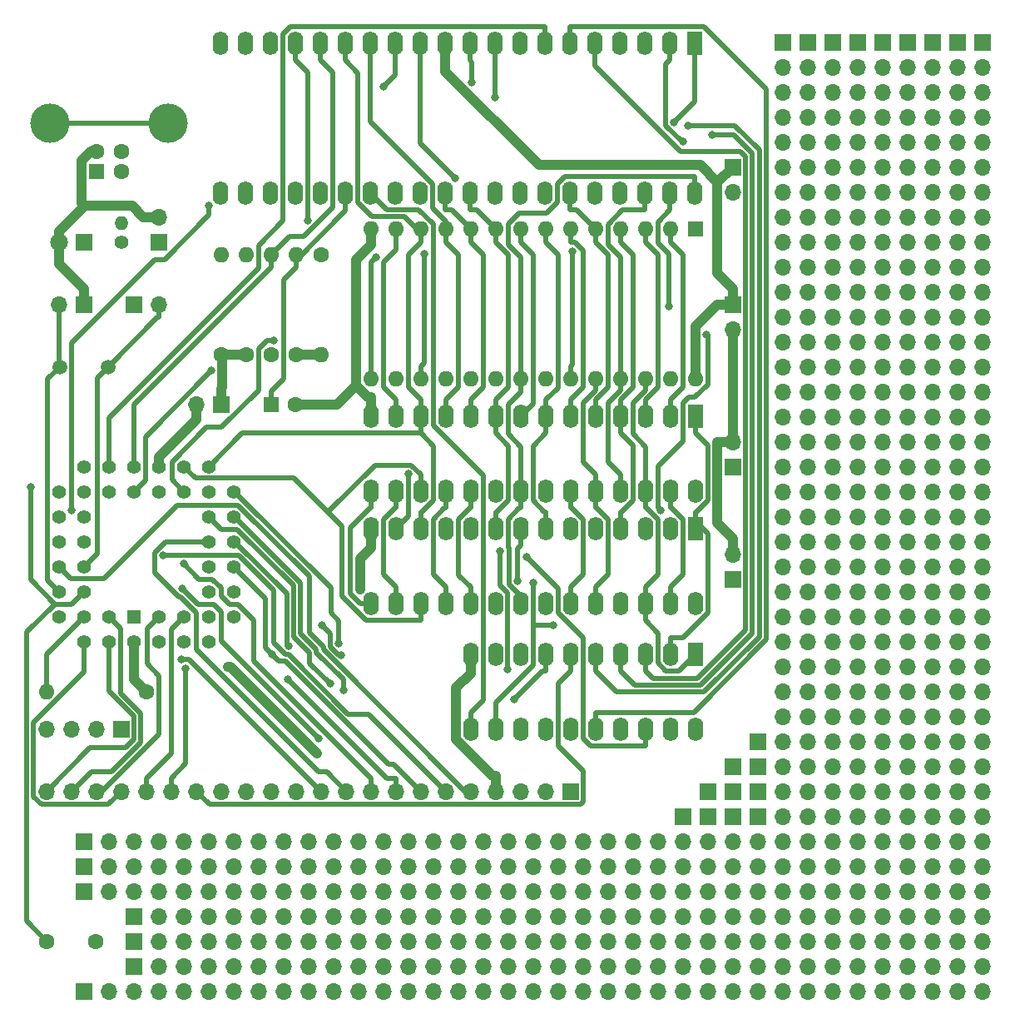
<source format=gbr>
%TF.GenerationSoftware,KiCad,Pcbnew,(6.0.1)*%
%TF.CreationDate,2022-03-08T21:02:58+01:00*%
%TF.ProjectId,Z80CPM,5a383043-504d-42e6-9b69-6361645f7063,rev?*%
%TF.SameCoordinates,Original*%
%TF.FileFunction,Copper,L1,Top*%
%TF.FilePolarity,Positive*%
%FSLAX46Y46*%
G04 Gerber Fmt 4.6, Leading zero omitted, Abs format (unit mm)*
G04 Created by KiCad (PCBNEW (6.0.1)) date 2022-03-08 21:02:58*
%MOMM*%
%LPD*%
G01*
G04 APERTURE LIST*
%TA.AperFunction,ComponentPad*%
%ADD10R,1.700000X1.700000*%
%TD*%
%TA.AperFunction,ComponentPad*%
%ADD11O,1.700000X1.700000*%
%TD*%
%TA.AperFunction,ComponentPad*%
%ADD12C,1.600000*%
%TD*%
%TA.AperFunction,ComponentPad*%
%ADD13O,1.600000X1.600000*%
%TD*%
%TA.AperFunction,ComponentPad*%
%ADD14C,1.500000*%
%TD*%
%TA.AperFunction,ComponentPad*%
%ADD15R,1.600000X2.400000*%
%TD*%
%TA.AperFunction,ComponentPad*%
%ADD16O,1.600000X2.400000*%
%TD*%
%TA.AperFunction,ComponentPad*%
%ADD17R,1.600000X1.600000*%
%TD*%
%TA.AperFunction,ComponentPad*%
%ADD18C,4.000000*%
%TD*%
%TA.AperFunction,ComponentPad*%
%ADD19R,1.422400X1.422400*%
%TD*%
%TA.AperFunction,ComponentPad*%
%ADD20C,1.422400*%
%TD*%
%TA.AperFunction,ComponentPad*%
%ADD21R,1.800000X1.800000*%
%TD*%
%TA.AperFunction,ComponentPad*%
%ADD22C,1.800000*%
%TD*%
%TA.AperFunction,ComponentPad*%
%ADD23C,1.400000*%
%TD*%
%TA.AperFunction,ComponentPad*%
%ADD24O,1.400000X1.400000*%
%TD*%
%TA.AperFunction,ViaPad*%
%ADD25C,0.800000*%
%TD*%
%TA.AperFunction,Conductor*%
%ADD26C,0.500000*%
%TD*%
%TA.AperFunction,Conductor*%
%ADD27C,1.000000*%
%TD*%
G04 APERTURE END LIST*
D10*
%TO.P,,1*%
%TO.N,N/C*%
X36830000Y-121920000D03*
D11*
%TO.P,,2*%
X39370000Y-121920000D03*
%TO.P,,3*%
X41910000Y-121920000D03*
%TO.P,,4*%
X44450000Y-121920000D03*
%TO.P,,5*%
X46990000Y-121920000D03*
%TO.P,,6*%
X49530000Y-121920000D03*
%TO.P,,7*%
X52070000Y-121920000D03*
%TO.P,,8*%
X54610000Y-121920000D03*
%TO.P,,9*%
X57150000Y-121920000D03*
%TO.P,,10*%
X59690000Y-121920000D03*
%TO.P,,11*%
X62230000Y-121920000D03*
%TO.P,,12*%
X64770000Y-121920000D03*
%TO.P,,13*%
X67310000Y-121920000D03*
%TO.P,,14*%
X69850000Y-121920000D03*
%TO.P,,15*%
X72390000Y-121920000D03*
%TO.P,,16*%
X74930000Y-121920000D03*
%TO.P,,17*%
X77470000Y-121920000D03*
%TO.P,,18*%
X80010000Y-121920000D03*
%TO.P,,19*%
X82550000Y-121920000D03*
%TO.P,,20*%
X85090000Y-121920000D03*
%TO.P,,21*%
X87630000Y-121920000D03*
%TO.P,,22*%
X90170000Y-121920000D03*
%TO.P,,23*%
X92710000Y-121920000D03*
%TO.P,,24*%
X95250000Y-121920000D03*
%TO.P,,25*%
X97790000Y-121920000D03*
%TO.P,,26*%
X100330000Y-121920000D03*
%TD*%
D10*
%TO.P,,1*%
%TO.N,N/C*%
X36830000Y-119380000D03*
D11*
%TO.P,,2*%
X39370000Y-119380000D03*
%TO.P,,3*%
X41910000Y-119380000D03*
%TO.P,,4*%
X44450000Y-119380000D03*
%TO.P,,5*%
X46990000Y-119380000D03*
%TO.P,,6*%
X49530000Y-119380000D03*
%TO.P,,7*%
X52070000Y-119380000D03*
%TO.P,,8*%
X54610000Y-119380000D03*
%TO.P,,9*%
X57150000Y-119380000D03*
%TO.P,,10*%
X59690000Y-119380000D03*
%TO.P,,11*%
X62230000Y-119380000D03*
%TO.P,,12*%
X64770000Y-119380000D03*
%TO.P,,13*%
X67310000Y-119380000D03*
%TO.P,,14*%
X69850000Y-119380000D03*
%TO.P,,15*%
X72390000Y-119380000D03*
%TO.P,,16*%
X74930000Y-119380000D03*
%TO.P,,17*%
X77470000Y-119380000D03*
%TO.P,,18*%
X80010000Y-119380000D03*
%TO.P,,19*%
X82550000Y-119380000D03*
%TO.P,,20*%
X85090000Y-119380000D03*
%TO.P,,21*%
X87630000Y-119380000D03*
%TO.P,,22*%
X90170000Y-119380000D03*
%TO.P,,23*%
X92710000Y-119380000D03*
%TO.P,,24*%
X95250000Y-119380000D03*
%TO.P,,25*%
X97790000Y-119380000D03*
%TO.P,,26*%
X100330000Y-119380000D03*
%TD*%
D10*
%TO.P,,1*%
%TO.N,N/C*%
X31765000Y-109220000D03*
D11*
%TO.P,,2*%
X34305000Y-109220000D03*
%TO.P,,3*%
X36845000Y-109220000D03*
%TO.P,,4*%
X39385000Y-109220000D03*
%TO.P,,5*%
X41925000Y-109220000D03*
%TO.P,,6*%
X44465000Y-109220000D03*
%TO.P,,7*%
X47005000Y-109220000D03*
%TO.P,,8*%
X49545000Y-109220000D03*
%TO.P,,9*%
X52085000Y-109220000D03*
%TO.P,,10*%
X54625000Y-109220000D03*
%TO.P,,11*%
X57165000Y-109220000D03*
%TO.P,,12*%
X59705000Y-109220000D03*
%TO.P,,13*%
X62245000Y-109220000D03*
%TO.P,,14*%
X64785000Y-109220000D03*
%TO.P,,15*%
X67325000Y-109220000D03*
%TO.P,,16*%
X69865000Y-109220000D03*
%TO.P,,17*%
X72405000Y-109220000D03*
%TO.P,,18*%
X74945000Y-109220000D03*
%TO.P,,19*%
X77485000Y-109220000D03*
%TO.P,,20*%
X80025000Y-109220000D03*
%TO.P,,21*%
X82565000Y-109220000D03*
%TO.P,,22*%
X85105000Y-109220000D03*
%TO.P,,23*%
X87645000Y-109220000D03*
%TO.P,,24*%
X90185000Y-109220000D03*
%TO.P,,25*%
X92725000Y-109220000D03*
%TO.P,,26*%
X95265000Y-109220000D03*
%TO.P,,27*%
X97805000Y-109220000D03*
%TO.P,,28*%
X100345000Y-109220000D03*
%TD*%
D10*
%TO.P,,1*%
%TO.N,N/C*%
X31765000Y-111760000D03*
D11*
%TO.P,,2*%
X34305000Y-111760000D03*
%TO.P,,3*%
X36845000Y-111760000D03*
%TO.P,,4*%
X39385000Y-111760000D03*
%TO.P,,5*%
X41925000Y-111760000D03*
%TO.P,,6*%
X44465000Y-111760000D03*
%TO.P,,7*%
X47005000Y-111760000D03*
%TO.P,,8*%
X49545000Y-111760000D03*
%TO.P,,9*%
X52085000Y-111760000D03*
%TO.P,,10*%
X54625000Y-111760000D03*
%TO.P,,11*%
X57165000Y-111760000D03*
%TO.P,,12*%
X59705000Y-111760000D03*
%TO.P,,13*%
X62245000Y-111760000D03*
%TO.P,,14*%
X64785000Y-111760000D03*
%TO.P,,15*%
X67325000Y-111760000D03*
%TO.P,,16*%
X69865000Y-111760000D03*
%TO.P,,17*%
X72405000Y-111760000D03*
%TO.P,,18*%
X74945000Y-111760000D03*
%TO.P,,19*%
X77485000Y-111760000D03*
%TO.P,,20*%
X80025000Y-111760000D03*
%TO.P,,21*%
X82565000Y-111760000D03*
%TO.P,,22*%
X85105000Y-111760000D03*
%TO.P,,23*%
X87645000Y-111760000D03*
%TO.P,,24*%
X90185000Y-111760000D03*
%TO.P,,25*%
X92725000Y-111760000D03*
%TO.P,,26*%
X95265000Y-111760000D03*
%TO.P,,27*%
X97805000Y-111760000D03*
%TO.P,,28*%
X100345000Y-111760000D03*
%TD*%
D10*
%TO.P,,1*%
%TO.N,N/C*%
X31765000Y-114300000D03*
D11*
%TO.P,,2*%
X34305000Y-114300000D03*
%TO.P,,3*%
X36845000Y-114300000D03*
%TO.P,,4*%
X39385000Y-114300000D03*
%TO.P,,5*%
X41925000Y-114300000D03*
%TO.P,,6*%
X44465000Y-114300000D03*
%TO.P,,7*%
X47005000Y-114300000D03*
%TO.P,,8*%
X49545000Y-114300000D03*
%TO.P,,9*%
X52085000Y-114300000D03*
%TO.P,,10*%
X54625000Y-114300000D03*
%TO.P,,11*%
X57165000Y-114300000D03*
%TO.P,,12*%
X59705000Y-114300000D03*
%TO.P,,13*%
X62245000Y-114300000D03*
%TO.P,,14*%
X64785000Y-114300000D03*
%TO.P,,15*%
X67325000Y-114300000D03*
%TO.P,,16*%
X69865000Y-114300000D03*
%TO.P,,17*%
X72405000Y-114300000D03*
%TO.P,,18*%
X74945000Y-114300000D03*
%TO.P,,19*%
X77485000Y-114300000D03*
%TO.P,,20*%
X80025000Y-114300000D03*
%TO.P,,21*%
X82565000Y-114300000D03*
%TO.P,,22*%
X85105000Y-114300000D03*
%TO.P,,23*%
X87645000Y-114300000D03*
%TO.P,,24*%
X90185000Y-114300000D03*
%TO.P,,25*%
X92725000Y-114300000D03*
%TO.P,,26*%
X95265000Y-114300000D03*
%TO.P,,27*%
X97805000Y-114300000D03*
%TO.P,,28*%
X100345000Y-114300000D03*
%TD*%
%TO.P,,39*%
%TO.N,N/C*%
X102870000Y-124470000D03*
%TO.P,,38*%
X102870000Y-121930000D03*
%TO.P,,37*%
X102870000Y-119390000D03*
%TO.P,,36*%
X102870000Y-116850000D03*
%TO.P,,35*%
X102870000Y-114310000D03*
%TO.P,,34*%
X102870000Y-111770000D03*
%TO.P,,33*%
X102870000Y-109230000D03*
%TO.P,,32*%
X102870000Y-106690000D03*
%TO.P,,31*%
X102870000Y-104150000D03*
%TO.P,,30*%
X102870000Y-101610000D03*
%TO.P,,29*%
X102870000Y-99070000D03*
%TO.P,,28*%
X102870000Y-96530000D03*
%TO.P,,27*%
X102870000Y-93990000D03*
%TO.P,,26*%
X102870000Y-91450000D03*
%TO.P,,25*%
X102870000Y-88910000D03*
%TO.P,,24*%
X102870000Y-86370000D03*
%TO.P,,23*%
X102870000Y-83830000D03*
%TO.P,,22*%
X102870000Y-81290000D03*
%TO.P,,21*%
X102870000Y-78750000D03*
%TO.P,,20*%
X102870000Y-76210000D03*
%TO.P,,19*%
X102870000Y-73670000D03*
%TO.P,,18*%
X102870000Y-71130000D03*
%TO.P,,17*%
X102870000Y-68590000D03*
%TO.P,,16*%
X102870000Y-66050000D03*
%TO.P,,15*%
X102870000Y-63510000D03*
%TO.P,,14*%
X102870000Y-60970000D03*
%TO.P,,13*%
X102870000Y-58430000D03*
%TO.P,,12*%
X102870000Y-55890000D03*
%TO.P,,11*%
X102870000Y-53350000D03*
%TO.P,,10*%
X102870000Y-50810000D03*
%TO.P,,9*%
X102870000Y-48270000D03*
%TO.P,,8*%
X102870000Y-45730000D03*
%TO.P,,7*%
X102870000Y-43190000D03*
%TO.P,,6*%
X102870000Y-40650000D03*
%TO.P,,5*%
X102870000Y-38110000D03*
%TO.P,,4*%
X102870000Y-35570000D03*
%TO.P,,3*%
X102870000Y-33030000D03*
%TO.P,,2*%
X102870000Y-30490000D03*
D10*
%TO.P,,1*%
X102870000Y-27950000D03*
%TD*%
D11*
%TO.P,,39*%
%TO.N,N/C*%
X105410000Y-124470000D03*
%TO.P,,38*%
X105410000Y-121930000D03*
%TO.P,,37*%
X105410000Y-119390000D03*
%TO.P,,36*%
X105410000Y-116850000D03*
%TO.P,,35*%
X105410000Y-114310000D03*
%TO.P,,34*%
X105410000Y-111770000D03*
%TO.P,,33*%
X105410000Y-109230000D03*
%TO.P,,32*%
X105410000Y-106690000D03*
%TO.P,,31*%
X105410000Y-104150000D03*
%TO.P,,30*%
X105410000Y-101610000D03*
%TO.P,,29*%
X105410000Y-99070000D03*
%TO.P,,28*%
X105410000Y-96530000D03*
%TO.P,,27*%
X105410000Y-93990000D03*
%TO.P,,26*%
X105410000Y-91450000D03*
%TO.P,,25*%
X105410000Y-88910000D03*
%TO.P,,24*%
X105410000Y-86370000D03*
%TO.P,,23*%
X105410000Y-83830000D03*
%TO.P,,22*%
X105410000Y-81290000D03*
%TO.P,,21*%
X105410000Y-78750000D03*
%TO.P,,20*%
X105410000Y-76210000D03*
%TO.P,,19*%
X105410000Y-73670000D03*
%TO.P,,18*%
X105410000Y-71130000D03*
%TO.P,,17*%
X105410000Y-68590000D03*
%TO.P,,16*%
X105410000Y-66050000D03*
%TO.P,,15*%
X105410000Y-63510000D03*
%TO.P,,14*%
X105410000Y-60970000D03*
%TO.P,,13*%
X105410000Y-58430000D03*
%TO.P,,12*%
X105410000Y-55890000D03*
%TO.P,,11*%
X105410000Y-53350000D03*
%TO.P,,10*%
X105410000Y-50810000D03*
%TO.P,,9*%
X105410000Y-48270000D03*
%TO.P,,8*%
X105410000Y-45730000D03*
%TO.P,,7*%
X105410000Y-43190000D03*
%TO.P,,6*%
X105410000Y-40650000D03*
%TO.P,,5*%
X105410000Y-38110000D03*
%TO.P,,4*%
X105410000Y-35570000D03*
%TO.P,,3*%
X105410000Y-33030000D03*
%TO.P,,2*%
X105410000Y-30490000D03*
D10*
%TO.P,,1*%
X105410000Y-27950000D03*
%TD*%
D11*
%TO.P,,39*%
%TO.N,N/C*%
X107950000Y-124470000D03*
%TO.P,,38*%
X107950000Y-121930000D03*
%TO.P,,37*%
X107950000Y-119390000D03*
%TO.P,,36*%
X107950000Y-116850000D03*
%TO.P,,35*%
X107950000Y-114310000D03*
%TO.P,,34*%
X107950000Y-111770000D03*
%TO.P,,33*%
X107950000Y-109230000D03*
%TO.P,,32*%
X107950000Y-106690000D03*
%TO.P,,31*%
X107950000Y-104150000D03*
%TO.P,,30*%
X107950000Y-101610000D03*
%TO.P,,29*%
X107950000Y-99070000D03*
%TO.P,,28*%
X107950000Y-96530000D03*
%TO.P,,27*%
X107950000Y-93990000D03*
%TO.P,,26*%
X107950000Y-91450000D03*
%TO.P,,25*%
X107950000Y-88910000D03*
%TO.P,,24*%
X107950000Y-86370000D03*
%TO.P,,23*%
X107950000Y-83830000D03*
%TO.P,,22*%
X107950000Y-81290000D03*
%TO.P,,21*%
X107950000Y-78750000D03*
%TO.P,,20*%
X107950000Y-76210000D03*
%TO.P,,19*%
X107950000Y-73670000D03*
%TO.P,,18*%
X107950000Y-71130000D03*
%TO.P,,17*%
X107950000Y-68590000D03*
%TO.P,,16*%
X107950000Y-66050000D03*
%TO.P,,15*%
X107950000Y-63510000D03*
%TO.P,,14*%
X107950000Y-60970000D03*
%TO.P,,13*%
X107950000Y-58430000D03*
%TO.P,,12*%
X107950000Y-55890000D03*
%TO.P,,11*%
X107950000Y-53350000D03*
%TO.P,,10*%
X107950000Y-50810000D03*
%TO.P,,9*%
X107950000Y-48270000D03*
%TO.P,,8*%
X107950000Y-45730000D03*
%TO.P,,7*%
X107950000Y-43190000D03*
%TO.P,,6*%
X107950000Y-40650000D03*
%TO.P,,5*%
X107950000Y-38110000D03*
%TO.P,,4*%
X107950000Y-35570000D03*
%TO.P,,3*%
X107950000Y-33030000D03*
%TO.P,,2*%
X107950000Y-30490000D03*
D10*
%TO.P,,1*%
X107950000Y-27950000D03*
%TD*%
D11*
%TO.P,,39*%
%TO.N,N/C*%
X110490000Y-124470000D03*
%TO.P,,38*%
X110490000Y-121930000D03*
%TO.P,,37*%
X110490000Y-119390000D03*
%TO.P,,36*%
X110490000Y-116850000D03*
%TO.P,,35*%
X110490000Y-114310000D03*
%TO.P,,34*%
X110490000Y-111770000D03*
%TO.P,,33*%
X110490000Y-109230000D03*
%TO.P,,32*%
X110490000Y-106690000D03*
%TO.P,,31*%
X110490000Y-104150000D03*
%TO.P,,30*%
X110490000Y-101610000D03*
%TO.P,,29*%
X110490000Y-99070000D03*
%TO.P,,28*%
X110490000Y-96530000D03*
%TO.P,,27*%
X110490000Y-93990000D03*
%TO.P,,26*%
X110490000Y-91450000D03*
%TO.P,,25*%
X110490000Y-88910000D03*
%TO.P,,24*%
X110490000Y-86370000D03*
%TO.P,,23*%
X110490000Y-83830000D03*
%TO.P,,22*%
X110490000Y-81290000D03*
%TO.P,,21*%
X110490000Y-78750000D03*
%TO.P,,20*%
X110490000Y-76210000D03*
%TO.P,,19*%
X110490000Y-73670000D03*
%TO.P,,18*%
X110490000Y-71130000D03*
%TO.P,,17*%
X110490000Y-68590000D03*
%TO.P,,16*%
X110490000Y-66050000D03*
%TO.P,,15*%
X110490000Y-63510000D03*
%TO.P,,14*%
X110490000Y-60970000D03*
%TO.P,,13*%
X110490000Y-58430000D03*
%TO.P,,12*%
X110490000Y-55890000D03*
%TO.P,,11*%
X110490000Y-53350000D03*
%TO.P,,10*%
X110490000Y-50810000D03*
%TO.P,,9*%
X110490000Y-48270000D03*
%TO.P,,8*%
X110490000Y-45730000D03*
%TO.P,,7*%
X110490000Y-43190000D03*
%TO.P,,6*%
X110490000Y-40650000D03*
%TO.P,,5*%
X110490000Y-38110000D03*
%TO.P,,4*%
X110490000Y-35570000D03*
%TO.P,,3*%
X110490000Y-33030000D03*
%TO.P,,2*%
X110490000Y-30490000D03*
D10*
%TO.P,,1*%
X110490000Y-27950000D03*
%TD*%
D11*
%TO.P,,39*%
%TO.N,N/C*%
X113030000Y-124470000D03*
%TO.P,,38*%
X113030000Y-121930000D03*
%TO.P,,37*%
X113030000Y-119390000D03*
%TO.P,,36*%
X113030000Y-116850000D03*
%TO.P,,35*%
X113030000Y-114310000D03*
%TO.P,,34*%
X113030000Y-111770000D03*
%TO.P,,33*%
X113030000Y-109230000D03*
%TO.P,,32*%
X113030000Y-106690000D03*
%TO.P,,31*%
X113030000Y-104150000D03*
%TO.P,,30*%
X113030000Y-101610000D03*
%TO.P,,29*%
X113030000Y-99070000D03*
%TO.P,,28*%
X113030000Y-96530000D03*
%TO.P,,27*%
X113030000Y-93990000D03*
%TO.P,,26*%
X113030000Y-91450000D03*
%TO.P,,25*%
X113030000Y-88910000D03*
%TO.P,,24*%
X113030000Y-86370000D03*
%TO.P,,23*%
X113030000Y-83830000D03*
%TO.P,,22*%
X113030000Y-81290000D03*
%TO.P,,21*%
X113030000Y-78750000D03*
%TO.P,,20*%
X113030000Y-76210000D03*
%TO.P,,19*%
X113030000Y-73670000D03*
%TO.P,,18*%
X113030000Y-71130000D03*
%TO.P,,17*%
X113030000Y-68590000D03*
%TO.P,,16*%
X113030000Y-66050000D03*
%TO.P,,15*%
X113030000Y-63510000D03*
%TO.P,,14*%
X113030000Y-60970000D03*
%TO.P,,13*%
X113030000Y-58430000D03*
%TO.P,,12*%
X113030000Y-55890000D03*
%TO.P,,11*%
X113030000Y-53350000D03*
%TO.P,,10*%
X113030000Y-50810000D03*
%TO.P,,9*%
X113030000Y-48270000D03*
%TO.P,,8*%
X113030000Y-45730000D03*
%TO.P,,7*%
X113030000Y-43190000D03*
%TO.P,,6*%
X113030000Y-40650000D03*
%TO.P,,5*%
X113030000Y-38110000D03*
%TO.P,,4*%
X113030000Y-35570000D03*
%TO.P,,3*%
X113030000Y-33030000D03*
%TO.P,,2*%
X113030000Y-30490000D03*
D10*
%TO.P,,1*%
X113030000Y-27950000D03*
%TD*%
D11*
%TO.P,,39*%
%TO.N,N/C*%
X115570000Y-124470000D03*
%TO.P,,38*%
X115570000Y-121930000D03*
%TO.P,,37*%
X115570000Y-119390000D03*
%TO.P,,36*%
X115570000Y-116850000D03*
%TO.P,,35*%
X115570000Y-114310000D03*
%TO.P,,34*%
X115570000Y-111770000D03*
%TO.P,,33*%
X115570000Y-109230000D03*
%TO.P,,32*%
X115570000Y-106690000D03*
%TO.P,,31*%
X115570000Y-104150000D03*
%TO.P,,30*%
X115570000Y-101610000D03*
%TO.P,,29*%
X115570000Y-99070000D03*
%TO.P,,28*%
X115570000Y-96530000D03*
%TO.P,,27*%
X115570000Y-93990000D03*
%TO.P,,26*%
X115570000Y-91450000D03*
%TO.P,,25*%
X115570000Y-88910000D03*
%TO.P,,24*%
X115570000Y-86370000D03*
%TO.P,,23*%
X115570000Y-83830000D03*
%TO.P,,22*%
X115570000Y-81290000D03*
%TO.P,,21*%
X115570000Y-78750000D03*
%TO.P,,20*%
X115570000Y-76210000D03*
%TO.P,,19*%
X115570000Y-73670000D03*
%TO.P,,18*%
X115570000Y-71130000D03*
%TO.P,,17*%
X115570000Y-68590000D03*
%TO.P,,16*%
X115570000Y-66050000D03*
%TO.P,,15*%
X115570000Y-63510000D03*
%TO.P,,14*%
X115570000Y-60970000D03*
%TO.P,,13*%
X115570000Y-58430000D03*
%TO.P,,12*%
X115570000Y-55890000D03*
%TO.P,,11*%
X115570000Y-53350000D03*
%TO.P,,10*%
X115570000Y-50810000D03*
%TO.P,,9*%
X115570000Y-48270000D03*
%TO.P,,8*%
X115570000Y-45730000D03*
%TO.P,,7*%
X115570000Y-43190000D03*
%TO.P,,6*%
X115570000Y-40650000D03*
%TO.P,,5*%
X115570000Y-38110000D03*
%TO.P,,4*%
X115570000Y-35570000D03*
%TO.P,,3*%
X115570000Y-33030000D03*
%TO.P,,2*%
X115570000Y-30490000D03*
D10*
%TO.P,,1*%
X115570000Y-27950000D03*
%TD*%
D11*
%TO.P,,39*%
%TO.N,N/C*%
X118110000Y-124470000D03*
%TO.P,,38*%
X118110000Y-121930000D03*
%TO.P,,37*%
X118110000Y-119390000D03*
%TO.P,,36*%
X118110000Y-116850000D03*
%TO.P,,35*%
X118110000Y-114310000D03*
%TO.P,,34*%
X118110000Y-111770000D03*
%TO.P,,33*%
X118110000Y-109230000D03*
%TO.P,,32*%
X118110000Y-106690000D03*
%TO.P,,31*%
X118110000Y-104150000D03*
%TO.P,,30*%
X118110000Y-101610000D03*
%TO.P,,29*%
X118110000Y-99070000D03*
%TO.P,,28*%
X118110000Y-96530000D03*
%TO.P,,27*%
X118110000Y-93990000D03*
%TO.P,,26*%
X118110000Y-91450000D03*
%TO.P,,25*%
X118110000Y-88910000D03*
%TO.P,,24*%
X118110000Y-86370000D03*
%TO.P,,23*%
X118110000Y-83830000D03*
%TO.P,,22*%
X118110000Y-81290000D03*
%TO.P,,21*%
X118110000Y-78750000D03*
%TO.P,,20*%
X118110000Y-76210000D03*
%TO.P,,19*%
X118110000Y-73670000D03*
%TO.P,,18*%
X118110000Y-71130000D03*
%TO.P,,17*%
X118110000Y-68590000D03*
%TO.P,,16*%
X118110000Y-66050000D03*
%TO.P,,15*%
X118110000Y-63510000D03*
%TO.P,,14*%
X118110000Y-60970000D03*
%TO.P,,13*%
X118110000Y-58430000D03*
%TO.P,,12*%
X118110000Y-55890000D03*
%TO.P,,11*%
X118110000Y-53350000D03*
%TO.P,,10*%
X118110000Y-50810000D03*
%TO.P,,9*%
X118110000Y-48270000D03*
%TO.P,,8*%
X118110000Y-45730000D03*
%TO.P,,7*%
X118110000Y-43190000D03*
%TO.P,,6*%
X118110000Y-40650000D03*
%TO.P,,5*%
X118110000Y-38110000D03*
%TO.P,,4*%
X118110000Y-35570000D03*
%TO.P,,3*%
X118110000Y-33030000D03*
%TO.P,,2*%
X118110000Y-30490000D03*
D10*
%TO.P,,1*%
X118110000Y-27950000D03*
%TD*%
D11*
%TO.P,,39*%
%TO.N,N/C*%
X120650000Y-124470000D03*
%TO.P,,38*%
X120650000Y-121930000D03*
%TO.P,,37*%
X120650000Y-119390000D03*
%TO.P,,36*%
X120650000Y-116850000D03*
%TO.P,,35*%
X120650000Y-114310000D03*
%TO.P,,34*%
X120650000Y-111770000D03*
%TO.P,,33*%
X120650000Y-109230000D03*
%TO.P,,32*%
X120650000Y-106690000D03*
%TO.P,,31*%
X120650000Y-104150000D03*
%TO.P,,30*%
X120650000Y-101610000D03*
%TO.P,,29*%
X120650000Y-99070000D03*
%TO.P,,28*%
X120650000Y-96530000D03*
%TO.P,,27*%
X120650000Y-93990000D03*
%TO.P,,26*%
X120650000Y-91450000D03*
%TO.P,,25*%
X120650000Y-88910000D03*
%TO.P,,24*%
X120650000Y-86370000D03*
%TO.P,,23*%
X120650000Y-83830000D03*
%TO.P,,22*%
X120650000Y-81290000D03*
%TO.P,,21*%
X120650000Y-78750000D03*
%TO.P,,20*%
X120650000Y-76210000D03*
%TO.P,,19*%
X120650000Y-73670000D03*
%TO.P,,18*%
X120650000Y-71130000D03*
%TO.P,,17*%
X120650000Y-68590000D03*
%TO.P,,16*%
X120650000Y-66050000D03*
%TO.P,,15*%
X120650000Y-63510000D03*
%TO.P,,14*%
X120650000Y-60970000D03*
%TO.P,,13*%
X120650000Y-58430000D03*
%TO.P,,12*%
X120650000Y-55890000D03*
%TO.P,,11*%
X120650000Y-53350000D03*
%TO.P,,10*%
X120650000Y-50810000D03*
%TO.P,,9*%
X120650000Y-48270000D03*
%TO.P,,8*%
X120650000Y-45730000D03*
%TO.P,,7*%
X120650000Y-43190000D03*
%TO.P,,6*%
X120650000Y-40650000D03*
%TO.P,,5*%
X120650000Y-38110000D03*
%TO.P,,4*%
X120650000Y-35570000D03*
%TO.P,,3*%
X120650000Y-33030000D03*
%TO.P,,2*%
X120650000Y-30490000D03*
D10*
%TO.P,,1*%
X120650000Y-27950000D03*
%TD*%
%TO.P,,1*%
%TO.N,N/C*%
X100330000Y-99060000D03*
%TD*%
%TO.P,,1*%
%TO.N,N/C*%
X100330000Y-106680000D03*
%TD*%
%TO.P,,1*%
%TO.N,N/C*%
X97790000Y-106680000D03*
%TD*%
%TO.P,,1*%
%TO.N,N/C*%
X95250000Y-106680000D03*
%TD*%
%TO.P,,1*%
%TO.N,N/C*%
X92710000Y-106680000D03*
%TD*%
%TO.P,,1*%
%TO.N,N/C*%
X95250000Y-104140000D03*
%TD*%
%TO.P,,1*%
%TO.N,N/C*%
X97790000Y-104140000D03*
%TD*%
%TO.P,,1*%
%TO.N,N/C*%
X100330000Y-104140000D03*
%TD*%
%TO.P,,1*%
%TO.N,N/C*%
X100330000Y-101600000D03*
%TD*%
%TO.P,,1*%
%TO.N,N/C*%
X97790000Y-101600000D03*
%TD*%
%TO.P,,1*%
%TO.N,N/C*%
X31765000Y-124460000D03*
D11*
%TO.P,,2*%
X34305000Y-124460000D03*
%TO.P,,3*%
X36845000Y-124460000D03*
%TO.P,,4*%
X39385000Y-124460000D03*
%TO.P,,5*%
X41925000Y-124460000D03*
%TO.P,,6*%
X44465000Y-124460000D03*
%TO.P,,7*%
X47005000Y-124460000D03*
%TO.P,,8*%
X49545000Y-124460000D03*
%TO.P,,9*%
X52085000Y-124460000D03*
%TO.P,,10*%
X54625000Y-124460000D03*
%TO.P,,11*%
X57165000Y-124460000D03*
%TO.P,,12*%
X59705000Y-124460000D03*
%TO.P,,13*%
X62245000Y-124460000D03*
%TO.P,,14*%
X64785000Y-124460000D03*
%TO.P,,15*%
X67325000Y-124460000D03*
%TO.P,,16*%
X69865000Y-124460000D03*
%TO.P,,17*%
X72405000Y-124460000D03*
%TO.P,,18*%
X74945000Y-124460000D03*
%TO.P,,19*%
X77485000Y-124460000D03*
%TO.P,,20*%
X80025000Y-124460000D03*
%TO.P,,21*%
X82565000Y-124460000D03*
%TO.P,,22*%
X85105000Y-124460000D03*
%TO.P,,23*%
X87645000Y-124460000D03*
%TO.P,,24*%
X90185000Y-124460000D03*
%TO.P,,25*%
X92725000Y-124460000D03*
%TO.P,,26*%
X95265000Y-124460000D03*
%TO.P,,27*%
X97805000Y-124460000D03*
%TO.P,,28*%
X100345000Y-124460000D03*
%TD*%
D10*
%TO.P,,1*%
%TO.N,N/C*%
X36830000Y-116840000D03*
D11*
%TO.P,,2*%
X39370000Y-116840000D03*
%TO.P,,3*%
X41910000Y-116840000D03*
%TO.P,,4*%
X44450000Y-116840000D03*
%TO.P,,5*%
X46990000Y-116840000D03*
%TO.P,,6*%
X49530000Y-116840000D03*
%TO.P,,7*%
X52070000Y-116840000D03*
%TO.P,,8*%
X54610000Y-116840000D03*
%TO.P,,9*%
X57150000Y-116840000D03*
%TO.P,,10*%
X59690000Y-116840000D03*
%TO.P,,11*%
X62230000Y-116840000D03*
%TO.P,,12*%
X64770000Y-116840000D03*
%TO.P,,13*%
X67310000Y-116840000D03*
%TO.P,,14*%
X69850000Y-116840000D03*
%TO.P,,15*%
X72390000Y-116840000D03*
%TO.P,,16*%
X74930000Y-116840000D03*
%TO.P,,17*%
X77470000Y-116840000D03*
%TO.P,,18*%
X80010000Y-116840000D03*
%TO.P,,19*%
X82550000Y-116840000D03*
%TO.P,,20*%
X85090000Y-116840000D03*
%TO.P,,21*%
X87630000Y-116840000D03*
%TO.P,,22*%
X90170000Y-116840000D03*
%TO.P,,23*%
X92710000Y-116840000D03*
%TO.P,,24*%
X95250000Y-116840000D03*
%TO.P,,25*%
X97790000Y-116840000D03*
%TO.P,,26*%
X100330000Y-116840000D03*
%TD*%
%TO.P,,39*%
%TO.N,N/C*%
X123190000Y-124460000D03*
%TO.P,,38*%
X123190000Y-121920000D03*
%TO.P,,37*%
X123190000Y-119380000D03*
%TO.P,,36*%
X123190000Y-116840000D03*
%TO.P,,35*%
X123190000Y-114300000D03*
%TO.P,,34*%
X123190000Y-111760000D03*
%TO.P,,33*%
X123190000Y-109220000D03*
%TO.P,,32*%
X123190000Y-106680000D03*
%TO.P,,31*%
X123190000Y-104140000D03*
%TO.P,,30*%
X123190000Y-101600000D03*
%TO.P,,29*%
X123190000Y-99060000D03*
%TO.P,,28*%
X123190000Y-96520000D03*
%TO.P,,27*%
X123190000Y-93980000D03*
%TO.P,,26*%
X123190000Y-91440000D03*
%TO.P,,25*%
X123190000Y-88900000D03*
%TO.P,,24*%
X123190000Y-86360000D03*
%TO.P,,23*%
X123190000Y-83820000D03*
%TO.P,,22*%
X123190000Y-81280000D03*
%TO.P,,21*%
X123190000Y-78740000D03*
%TO.P,,20*%
X123190000Y-76200000D03*
%TO.P,,19*%
X123190000Y-73660000D03*
%TO.P,,18*%
X123190000Y-71120000D03*
%TO.P,,17*%
X123190000Y-68580000D03*
%TO.P,,16*%
X123190000Y-66040000D03*
%TO.P,,15*%
X123190000Y-63500000D03*
%TO.P,,14*%
X123190000Y-60960000D03*
%TO.P,,13*%
X123190000Y-58420000D03*
%TO.P,,12*%
X123190000Y-55880000D03*
%TO.P,,11*%
X123190000Y-53340000D03*
%TO.P,,10*%
X123190000Y-50800000D03*
%TO.P,,9*%
X123190000Y-48260000D03*
%TO.P,,8*%
X123190000Y-45720000D03*
%TO.P,,7*%
X123190000Y-43180000D03*
%TO.P,,6*%
X123190000Y-40640000D03*
%TO.P,,5*%
X123190000Y-38100000D03*
%TO.P,,4*%
X123190000Y-35560000D03*
%TO.P,,3*%
X123190000Y-33020000D03*
%TO.P,,2*%
X123190000Y-30480000D03*
D10*
%TO.P,,1*%
X123190000Y-27940000D03*
%TD*%
%TO.P,C2,1*%
%TO.N,+5V*%
X39370000Y-48260000D03*
D11*
%TO.P,C2,2*%
%TO.N,GND*%
X39370000Y-45720000D03*
%TD*%
D12*
%TO.P,R2,1*%
%TO.N,+5V*%
X50800000Y-59690000D03*
D13*
%TO.P,R2,2*%
%TO.N,INT\u005C*%
X50800000Y-49530000D03*
%TD*%
D14*
%TO.P,3\u002C6864Mhz1,1,1*%
%TO.N,X1{slash}CLK*%
X34200000Y-60960000D03*
%TO.P,3\u002C6864Mhz1,2,2*%
%TO.N,X2*%
X29300000Y-60960000D03*
%TD*%
D15*
%TO.P,U2,1,I1/CLK*%
%TO.N,/A13*%
X93975000Y-90180000D03*
D16*
%TO.P,U2,2,I2*%
%TO.N,/A14*%
X91435000Y-90180000D03*
%TO.P,U2,3,I3*%
%TO.N,/A15*%
X88895000Y-90180000D03*
%TO.P,U2,4,I4*%
%TO.N,MEMRQ\u005C*%
X86355000Y-90180000D03*
%TO.P,U2,5,I5*%
%TO.N,IORQ\u005C*%
X83815000Y-90180000D03*
%TO.P,U2,6,I6*%
%TO.N,OP7*%
X81275000Y-90180000D03*
%TO.P,U2,7,I7*%
%TO.N,X1{slash}CLK*%
X78735000Y-90180000D03*
%TO.P,U2,8,I8*%
%TO.N,RFSH\u005C*%
X76195000Y-90180000D03*
%TO.P,U2,9,I9*%
%TO.N,RD\u005C*%
X73655000Y-90180000D03*
%TO.P,U2,10,GND*%
%TO.N,GND*%
X71115000Y-90180000D03*
%TO.P,U2,11,I10/~{OE}*%
%TO.N,M1\u005C*%
X71115000Y-97800000D03*
%TO.P,U2,12,IO8*%
%TO.N,WR\u005C*%
X73655000Y-97800000D03*
%TO.P,U2,13,IO7*%
%TO.N,unconnected-(U2-Pad13)*%
X76195000Y-97800000D03*
%TO.P,U2,14,IO6*%
%TO.N,unconnected-(U2-Pad14)*%
X78735000Y-97800000D03*
%TO.P,U2,15,IO5*%
%TO.N,M1IOREQ\u005C*%
X81275000Y-97800000D03*
%TO.P,U2,16,IO4*%
%TO.N,CLK*%
X83815000Y-97800000D03*
%TO.P,U2,17,I03*%
%TO.N,Net-(U2-Pad17)*%
X86355000Y-97800000D03*
%TO.P,U2,18,IO2*%
%TO.N,Net-(U2-Pad18)*%
X88895000Y-97800000D03*
%TO.P,U2,19,IO1*%
%TO.N,Net-(U2-Pad19)*%
X91435000Y-97800000D03*
%TO.P,U2,20,VCC*%
%TO.N,+5V*%
X93975000Y-97800000D03*
%TD*%
D15*
%TO.P,U5,1,A14*%
%TO.N,/A14*%
X93970000Y-77455000D03*
D16*
%TO.P,U5,2,A12*%
%TO.N,/A12*%
X91430000Y-77455000D03*
%TO.P,U5,3,A7*%
%TO.N,/A7*%
X88890000Y-77455000D03*
%TO.P,U5,4,A6*%
%TO.N,/A6*%
X86350000Y-77455000D03*
%TO.P,U5,5,A5*%
%TO.N,/A5*%
X83810000Y-77455000D03*
%TO.P,U5,6,A4*%
%TO.N,/A4*%
X81270000Y-77455000D03*
%TO.P,U5,7,A3*%
%TO.N,/A3*%
X78730000Y-77455000D03*
%TO.P,U5,8,A2*%
%TO.N,/A2*%
X76190000Y-77455000D03*
%TO.P,U5,9,A1*%
%TO.N,/A1*%
X73650000Y-77455000D03*
%TO.P,U5,10,A0*%
%TO.N,/A0*%
X71110000Y-77455000D03*
%TO.P,U5,11,D0*%
%TO.N,/D0*%
X68570000Y-77455000D03*
%TO.P,U5,12,D1*%
%TO.N,/D1*%
X66030000Y-77455000D03*
%TO.P,U5,13,D2*%
%TO.N,/D2*%
X63490000Y-77455000D03*
%TO.P,U5,14,GND*%
%TO.N,GND*%
X60950000Y-77455000D03*
%TO.P,U5,15,D3*%
%TO.N,/D3*%
X60950000Y-85075000D03*
%TO.P,U5,16,D4*%
%TO.N,/D4*%
X63490000Y-85075000D03*
%TO.P,U5,17,D5*%
%TO.N,/D5*%
X66030000Y-85075000D03*
%TO.P,U5,18,D6*%
%TO.N,/D6*%
X68570000Y-85075000D03*
%TO.P,U5,19,D7*%
%TO.N,/D7*%
X71110000Y-85075000D03*
%TO.P,U5,20,~{CE}*%
%TO.N,Net-(U2-Pad17)*%
X73650000Y-85075000D03*
%TO.P,U5,21,A10*%
%TO.N,/A10*%
X76190000Y-85075000D03*
%TO.P,U5,22,~{OE}*%
%TO.N,RD\u005C*%
X78730000Y-85075000D03*
%TO.P,U5,23,A11*%
%TO.N,/A11*%
X81270000Y-85075000D03*
%TO.P,U5,24,A9*%
%TO.N,/A9*%
X83810000Y-85075000D03*
%TO.P,U5,25,A8*%
%TO.N,/A8*%
X86350000Y-85075000D03*
%TO.P,U5,26,A13*%
%TO.N,/A13*%
X88890000Y-85075000D03*
%TO.P,U5,27,~{WE}*%
%TO.N,WR\u005C*%
X91430000Y-85075000D03*
%TO.P,U5,28,VCC*%
%TO.N,+5V*%
X93970000Y-85075000D03*
%TD*%
D12*
%TO.P,R1,1*%
%TO.N,Net-(U1-Pad17)*%
X55880000Y-49530000D03*
D13*
%TO.P,R1,2*%
%TO.N,+5V*%
X55880000Y-59690000D03*
%TD*%
D17*
%TO.P,J1,1,VBUS*%
%TO.N,+5V*%
X33040000Y-41077500D03*
D12*
%TO.P,J1,2,D-*%
%TO.N,unconnected-(J1-Pad2)*%
X35540000Y-41077500D03*
%TO.P,J1,3,D+*%
%TO.N,unconnected-(J1-Pad3)*%
X35540000Y-39077500D03*
%TO.P,J1,4,GND*%
%TO.N,GND*%
X33040000Y-39077500D03*
D18*
%TO.P,J1,5,Shield*%
%TO.N,unconnected-(J1-Pad5)*%
X28290000Y-36217500D03*
X40290000Y-36217500D03*
%TD*%
D17*
%TO.P,U3,1,VPP*%
%TO.N,GND*%
X93970000Y-46985000D03*
D13*
%TO.P,U3,2,A12*%
%TO.N,/A12*%
X91430000Y-46985000D03*
%TO.P,U3,3,A7*%
%TO.N,/A7*%
X88890000Y-46985000D03*
%TO.P,U3,4,A6*%
%TO.N,/A6*%
X86350000Y-46985000D03*
%TO.P,U3,5,A5*%
%TO.N,/A5*%
X83810000Y-46985000D03*
%TO.P,U3,6,A4*%
%TO.N,/A4*%
X81270000Y-46985000D03*
%TO.P,U3,7,A3*%
%TO.N,/A3*%
X78730000Y-46985000D03*
%TO.P,U3,8,A2*%
%TO.N,/A2*%
X76190000Y-46985000D03*
%TO.P,U3,9,A1*%
%TO.N,/A1*%
X73650000Y-46985000D03*
%TO.P,U3,10,A0*%
%TO.N,/A0*%
X71110000Y-46985000D03*
%TO.P,U3,11,D0*%
%TO.N,/D0*%
X68570000Y-46985000D03*
%TO.P,U3,12,D1*%
%TO.N,/D1*%
X66030000Y-46985000D03*
%TO.P,U3,13,D2*%
%TO.N,/D2*%
X63490000Y-46985000D03*
%TO.P,U3,14,GND*%
%TO.N,GND*%
X60950000Y-46985000D03*
%TO.P,U3,15,D3*%
%TO.N,/D3*%
X60950000Y-62225000D03*
%TO.P,U3,16,D4*%
%TO.N,/D4*%
X63490000Y-62225000D03*
%TO.P,U3,17,D5*%
%TO.N,/D5*%
X66030000Y-62225000D03*
%TO.P,U3,18,D6*%
%TO.N,/D6*%
X68570000Y-62225000D03*
%TO.P,U3,19,D7*%
%TO.N,/D7*%
X71110000Y-62225000D03*
%TO.P,U3,20,~{CE}*%
%TO.N,Net-(U2-Pad19)*%
X73650000Y-62225000D03*
%TO.P,U3,21,A10*%
%TO.N,/A10*%
X76190000Y-62225000D03*
%TO.P,U3,22,~{OE}*%
%TO.N,RD\u005C*%
X78730000Y-62225000D03*
%TO.P,U3,23,A11*%
%TO.N,/A11*%
X81270000Y-62225000D03*
%TO.P,U3,24,A9*%
%TO.N,/A9*%
X83810000Y-62225000D03*
%TO.P,U3,25,A8*%
%TO.N,/A8*%
X86350000Y-62225000D03*
%TO.P,U3,26,A13*%
%TO.N,/A13*%
X88890000Y-62225000D03*
%TO.P,U3,27,A14*%
%TO.N,+5V*%
X91430000Y-62225000D03*
%TO.P,U3,28,VCC*%
X93970000Y-62225000D03*
%TD*%
D10*
%TO.P,J2,1,Pin_1*%
%TO.N,GND*%
X35550000Y-97790000D03*
D11*
%TO.P,J2,2,Pin_2*%
%TO.N,+5V*%
X33010000Y-97790000D03*
%TO.P,J2,3,Pin_3*%
%TO.N,/B2*%
X30470000Y-97790000D03*
%TO.P,J2,4,Pin_4*%
%TO.N,/B3*%
X27930000Y-97790000D03*
%TD*%
D15*
%TO.P,U1,1,A11*%
%TO.N,/A11*%
X93920000Y-28085000D03*
D16*
%TO.P,U1,2,A12*%
%TO.N,/A12*%
X91380000Y-28085000D03*
%TO.P,U1,3,A13*%
%TO.N,/A13*%
X88840000Y-28085000D03*
%TO.P,U1,4,A14*%
%TO.N,/A14*%
X86300000Y-28085000D03*
%TO.P,U1,5,A15*%
%TO.N,/A15*%
X83760000Y-28085000D03*
%TO.P,U1,6,~{CLK}*%
%TO.N,CLK*%
X81220000Y-28085000D03*
%TO.P,U1,7,D4*%
%TO.N,/D4*%
X78680000Y-28085000D03*
%TO.P,U1,8,D3*%
%TO.N,/D3*%
X76140000Y-28085000D03*
%TO.P,U1,9,D5*%
%TO.N,/D5*%
X73600000Y-28085000D03*
%TO.P,U1,10,D6*%
%TO.N,/D6*%
X71060000Y-28085000D03*
%TO.P,U1,11,VCC*%
%TO.N,+5V*%
X68520000Y-28085000D03*
%TO.P,U1,12,D2*%
%TO.N,/D2*%
X65980000Y-28085000D03*
%TO.P,U1,13,D7*%
%TO.N,/D7*%
X63440000Y-28085000D03*
%TO.P,U1,14,D0*%
%TO.N,/D0*%
X60900000Y-28085000D03*
%TO.P,U1,15,D1*%
%TO.N,/D1*%
X58360000Y-28085000D03*
%TO.P,U1,16,~{INT}*%
%TO.N,INT\u005C*%
X55820000Y-28085000D03*
%TO.P,U1,17,~{NMI}*%
%TO.N,Net-(U1-Pad17)*%
X53280000Y-28085000D03*
%TO.P,U1,18,~{HALT}*%
%TO.N,unconnected-(U1-Pad18)*%
X50740000Y-28085000D03*
%TO.P,U1,19,~{MREQ}*%
%TO.N,MEMRQ\u005C*%
X48200000Y-28085000D03*
%TO.P,U1,20,~{IORQ}*%
%TO.N,IORQ\u005C*%
X45660000Y-28085000D03*
%TO.P,U1,21,~{RD}*%
%TO.N,RD\u005C*%
X45660000Y-43325000D03*
%TO.P,U1,22,~{WR}*%
%TO.N,WR\u005C*%
X48200000Y-43325000D03*
%TO.P,U1,23,~{BUSACK}*%
%TO.N,unconnected-(U1-Pad23)*%
X50740000Y-43325000D03*
%TO.P,U1,24,~{WAIT}*%
%TO.N,Net-(R3-Pad2)*%
X53280000Y-43325000D03*
%TO.P,U1,25,~{BUSRQ}*%
%TO.N,Net-(R4-Pad2)*%
X55820000Y-43325000D03*
%TO.P,U1,26,~{RESET}*%
%TO.N,RES\u005C*%
X58360000Y-43325000D03*
%TO.P,U1,27,~{M1}*%
%TO.N,M1\u005C*%
X60900000Y-43325000D03*
%TO.P,U1,28,~{RFSH}*%
%TO.N,RFSH\u005C*%
X63440000Y-43325000D03*
%TO.P,U1,29,GND*%
%TO.N,GND*%
X65980000Y-43325000D03*
%TO.P,U1,30,A0*%
%TO.N,/A0*%
X68520000Y-43325000D03*
%TO.P,U1,31,A1*%
%TO.N,/A1*%
X71060000Y-43325000D03*
%TO.P,U1,32,A2*%
%TO.N,/A2*%
X73600000Y-43325000D03*
%TO.P,U1,33,A3*%
%TO.N,/A3*%
X76140000Y-43325000D03*
%TO.P,U1,34,A4*%
%TO.N,/A4*%
X78680000Y-43325000D03*
%TO.P,U1,35,A5*%
%TO.N,/A5*%
X81220000Y-43325000D03*
%TO.P,U1,36,A6*%
%TO.N,/A6*%
X83760000Y-43325000D03*
%TO.P,U1,37,A7*%
%TO.N,/A7*%
X86300000Y-43325000D03*
%TO.P,U1,38,A8*%
%TO.N,/A8*%
X88840000Y-43325000D03*
%TO.P,U1,39,A9*%
%TO.N,/A9*%
X91380000Y-43325000D03*
%TO.P,U1,40,A10*%
%TO.N,/A10*%
X93920000Y-43325000D03*
%TD*%
D12*
%TO.P,R5,1*%
%TO.N,+5V*%
X53340000Y-59690000D03*
D13*
%TO.P,R5,2*%
%TO.N,RES\u005C*%
X53340000Y-49530000D03*
%TD*%
D12*
%TO.P,R7,1*%
%TO.N,+5V*%
X38100000Y-93980000D03*
D13*
%TO.P,R7,2*%
%TO.N,Net-(R7-Pad2)*%
X27940000Y-93980000D03*
%TD*%
D10*
%TO.P,C4,1*%
%TO.N,+5V*%
X97790000Y-71120000D03*
D11*
%TO.P,C4,2*%
%TO.N,GND*%
X97790000Y-68580000D03*
%TD*%
D10*
%TO.P,C8,1*%
%TO.N,+5V*%
X97790000Y-54610000D03*
D11*
%TO.P,C8,2*%
%TO.N,GND*%
X97790000Y-57150000D03*
%TD*%
D10*
%TO.P,C9,1*%
%TO.N,+5V*%
X97790000Y-40640000D03*
D11*
%TO.P,C9,2*%
%TO.N,GND*%
X97790000Y-43180000D03*
%TD*%
D12*
%TO.P,R3,1*%
%TO.N,+5V*%
X45720000Y-59690000D03*
D13*
%TO.P,R3,2*%
%TO.N,Net-(R3-Pad2)*%
X45720000Y-49530000D03*
%TD*%
D15*
%TO.P,U4,1,A14*%
%TO.N,/A14*%
X93980000Y-66025000D03*
D16*
%TO.P,U4,2,A12*%
%TO.N,/A12*%
X91440000Y-66025000D03*
%TO.P,U4,3,A7*%
%TO.N,/A7*%
X88900000Y-66025000D03*
%TO.P,U4,4,A6*%
%TO.N,/A6*%
X86360000Y-66025000D03*
%TO.P,U4,5,A5*%
%TO.N,/A5*%
X83820000Y-66025000D03*
%TO.P,U4,6,A4*%
%TO.N,/A4*%
X81280000Y-66025000D03*
%TO.P,U4,7,A3*%
%TO.N,/A3*%
X78740000Y-66025000D03*
%TO.P,U4,8,A2*%
%TO.N,/A2*%
X76200000Y-66025000D03*
%TO.P,U4,9,A1*%
%TO.N,/A1*%
X73660000Y-66025000D03*
%TO.P,U4,10,A0*%
%TO.N,/A0*%
X71120000Y-66025000D03*
%TO.P,U4,11,D0*%
%TO.N,/D0*%
X68580000Y-66025000D03*
%TO.P,U4,12,D1*%
%TO.N,/D1*%
X66040000Y-66025000D03*
%TO.P,U4,13,D2*%
%TO.N,/D2*%
X63500000Y-66025000D03*
%TO.P,U4,14,GND*%
%TO.N,GND*%
X60960000Y-66025000D03*
%TO.P,U4,15,D3*%
%TO.N,/D3*%
X60960000Y-73645000D03*
%TO.P,U4,16,D4*%
%TO.N,/D4*%
X63500000Y-73645000D03*
%TO.P,U4,17,D5*%
%TO.N,/D5*%
X66040000Y-73645000D03*
%TO.P,U4,18,D6*%
%TO.N,/D6*%
X68580000Y-73645000D03*
%TO.P,U4,19,D7*%
%TO.N,/D7*%
X71120000Y-73645000D03*
%TO.P,U4,20,~{CE}*%
%TO.N,Net-(U2-Pad18)*%
X73660000Y-73645000D03*
%TO.P,U4,21,A10*%
%TO.N,/A10*%
X76200000Y-73645000D03*
%TO.P,U4,22,~{OE}*%
%TO.N,RD\u005C*%
X78740000Y-73645000D03*
%TO.P,U4,23,A11*%
%TO.N,/A11*%
X81280000Y-73645000D03*
%TO.P,U4,24,A9*%
%TO.N,/A9*%
X83820000Y-73645000D03*
%TO.P,U4,25,A8*%
%TO.N,/A8*%
X86360000Y-73645000D03*
%TO.P,U4,26,A13*%
%TO.N,/A13*%
X88900000Y-73645000D03*
%TO.P,U4,27,~{WE}*%
%TO.N,WR\u005C*%
X91440000Y-73645000D03*
%TO.P,U4,28,VCC*%
%TO.N,+5V*%
X93980000Y-73645000D03*
%TD*%
D10*
%TO.P,C6,1*%
%TO.N,GND*%
X36830000Y-54610000D03*
D11*
%TO.P,C6,2*%
%TO.N,X1{slash}CLK*%
X39370000Y-54610000D03*
%TD*%
D10*
%TO.P,J3,1,Pin_1*%
%TO.N,+5V*%
X81285000Y-104140000D03*
D11*
%TO.P,J3,2,Pin_2*%
X78745000Y-104140000D03*
%TO.P,J3,3,Pin_3*%
%TO.N,GND*%
X76205000Y-104140000D03*
%TO.P,J3,4,Pin_4*%
X73665000Y-104140000D03*
%TO.P,J3,5,Pin_5*%
%TO.N,/B0*%
X71125000Y-104140000D03*
%TO.P,J3,6,Pin_6*%
%TO.N,/B1*%
X68585000Y-104140000D03*
%TO.P,J3,7,Pin_7*%
%TO.N,/B2*%
X66045000Y-104140000D03*
%TO.P,J3,8,Pin_8*%
%TO.N,/B3*%
X63505000Y-104140000D03*
%TO.P,J3,9,Pin_9*%
%TO.N,/B4*%
X60965000Y-104140000D03*
%TO.P,J3,10,Pin_10*%
%TO.N,/B5*%
X58425000Y-104140000D03*
%TO.P,J3,11,Pin_11*%
%TO.N,/B6*%
X55885000Y-104140000D03*
%TO.P,J3,12,Pin_12*%
%TO.N,/B7*%
X53345000Y-104140000D03*
%TO.P,J3,13,Pin_13*%
%TO.N,/B8*%
X50805000Y-104140000D03*
%TO.P,J3,14,Pin_14*%
%TO.N,/B9*%
X48265000Y-104140000D03*
%TO.P,J3,15,Pin_15*%
%TO.N,/B10*%
X45725000Y-104140000D03*
%TO.P,J3,16,Pin_16*%
%TO.N,OP7*%
X43185000Y-104140000D03*
%TO.P,J3,17,Pin_17*%
%TO.N,/B12*%
X40645000Y-104140000D03*
%TO.P,J3,18,Pin_18*%
%TO.N,/B13*%
X38105000Y-104140000D03*
%TO.P,J3,19,Pin_19*%
%TO.N,/B14*%
X35565000Y-104140000D03*
%TO.P,J3,20,Pin_20*%
%TO.N,/B15*%
X33025000Y-104140000D03*
%TO.P,J3,21,Pin_21*%
%TO.N,/B16*%
X30485000Y-104140000D03*
%TO.P,J3,22,Pin_22*%
%TO.N,/B17*%
X27945000Y-104140000D03*
%TD*%
D12*
%TO.P,SW1,1,1*%
%TO.N,GND*%
X32980000Y-119380000D03*
%TO.P,SW1,2,2*%
%TO.N,RES\u005C*%
X27980000Y-119380000D03*
%TD*%
%TO.P,R4,1*%
%TO.N,+5V*%
X48260000Y-59690000D03*
D13*
%TO.P,R4,2*%
%TO.N,Net-(R4-Pad2)*%
X48260000Y-49530000D03*
%TD*%
D10*
%TO.P,C7,1*%
%TO.N,+5V*%
X45720000Y-64770000D03*
D11*
%TO.P,C7,2*%
%TO.N,GND*%
X43180000Y-64770000D03*
%TD*%
D19*
%TO.P,U6,1,NC*%
%TO.N,unconnected-(U6-Pad1)*%
X36830000Y-86360000D03*
D20*
%TO.P,U6,2,A1*%
%TO.N,/A0*%
X39370000Y-88900000D03*
%TO.P,U6,3,IP3*%
%TO.N,/B15*%
X39370000Y-86360000D03*
%TO.P,U6,4,A2*%
%TO.N,/A1*%
X41910000Y-88900000D03*
%TO.P,U6,5,IP1*%
%TO.N,/B13*%
X41910000Y-86360000D03*
%TO.P,U6,6,A3*%
%TO.N,/A2*%
X44450000Y-88900000D03*
%TO.P,U6,7,A4*%
%TO.N,/A3*%
X46990000Y-86360000D03*
%TO.P,U6,8,IP0*%
%TO.N,/B12*%
X44450000Y-86360000D03*
%TO.P,U6,9,R/~{W}*%
%TO.N,WR\u005C*%
X46990000Y-83820000D03*
%TO.P,U6,10,~{DTACK}*%
%TO.N,unconnected-(U6-Pad10)*%
X44450000Y-83820000D03*
%TO.P,U6,11,RXDB*%
%TO.N,/B2*%
X46990000Y-81280000D03*
%TO.P,U6,12,NC*%
%TO.N,unconnected-(U6-Pad12)*%
X44450000Y-81280000D03*
%TO.P,U6,13,TXDB*%
%TO.N,/B3*%
X46990000Y-78740000D03*
%TO.P,U6,14,OP1*%
%TO.N,/B5*%
X44450000Y-78740000D03*
%TO.P,U6,15,OP3*%
%TO.N,/B7*%
X46990000Y-76200000D03*
%TO.P,U6,16,OP5*%
%TO.N,/B9*%
X44450000Y-76200000D03*
%TO.P,U6,17,OP7*%
%TO.N,OP7*%
X46990000Y-73660000D03*
%TO.P,U6,18,D1*%
%TO.N,/D1*%
X44450000Y-71120000D03*
%TO.P,U6,19,D3*%
%TO.N,/D3*%
X44450000Y-73660000D03*
%TO.P,U6,20,D5*%
%TO.N,/D5*%
X41910000Y-71120000D03*
%TO.P,U6,21,D7*%
%TO.N,/D7*%
X41910000Y-73660000D03*
%TO.P,U6,22,GND*%
%TO.N,GND*%
X39370000Y-71120000D03*
%TO.P,U6,23,NC*%
%TO.N,unconnected-(U6-Pad23)*%
X39370000Y-73660000D03*
%TO.P,U6,24,~{INTR}*%
%TO.N,INT\u005C*%
X36830000Y-71120000D03*
%TO.P,U6,25,D6*%
%TO.N,/D6*%
X36830000Y-73660000D03*
%TO.P,U6,26,D4*%
%TO.N,/D4*%
X34290000Y-71120000D03*
%TO.P,U6,27,D2*%
%TO.N,/D2*%
X34290000Y-73660000D03*
%TO.P,U6,28,D0*%
%TO.N,/D0*%
X31750000Y-71120000D03*
%TO.P,U6,29,OP6*%
%TO.N,/B10*%
X29210000Y-73660000D03*
%TO.P,U6,30,OP4*%
%TO.N,/B8*%
X31750000Y-73660000D03*
%TO.P,U6,31,OP2*%
%TO.N,/B6*%
X29210000Y-76200000D03*
%TO.P,U6,32,OP0*%
%TO.N,/B4*%
X31750000Y-76200000D03*
%TO.P,U6,33,TXDA*%
%TO.N,/B1*%
X29210000Y-78740000D03*
%TO.P,U6,34,NC*%
%TO.N,unconnected-(U6-Pad34)*%
X31750000Y-78740000D03*
%TO.P,U6,35,RXDA*%
%TO.N,/B0*%
X29210000Y-81280000D03*
%TO.P,U6,36,X1/CLK*%
%TO.N,X1{slash}CLK*%
X31750000Y-81280000D03*
%TO.P,U6,37,X2*%
%TO.N,X2*%
X29210000Y-83820000D03*
%TO.P,U6,38,~{RESET}*%
%TO.N,RES\u005C*%
X31750000Y-83820000D03*
%TO.P,U6,39,~{CS}*%
%TO.N,M1IOREQ\u005C*%
X29210000Y-86360000D03*
%TO.P,U6,40,IP2*%
%TO.N,/B14*%
X31750000Y-88900000D03*
%TO.P,U6,41,~{IACK}*%
%TO.N,Net-(R7-Pad2)*%
X31750000Y-86360000D03*
%TO.P,U6,42,IP5*%
%TO.N,/B17*%
X34290000Y-88900000D03*
%TO.P,U6,43,IP4*%
%TO.N,/B16*%
X34290000Y-86360000D03*
%TO.P,U6,44,VCC*%
%TO.N,+5V*%
X36830000Y-88900000D03*
%TD*%
D21*
%TO.P,D1,1,K*%
%TO.N,Net-(D1-Pad1)*%
X31750000Y-48260000D03*
D22*
%TO.P,D1,2,A*%
%TO.N,GND*%
X29210000Y-48260000D03*
%TD*%
D17*
%TO.P,C1,1*%
%TO.N,RES\u005C*%
X50800000Y-64770000D03*
D12*
%TO.P,C1,2*%
%TO.N,GND*%
X53300000Y-64770000D03*
%TD*%
D23*
%TO.P,R6,1*%
%TO.N,+5V*%
X35560000Y-48260000D03*
D24*
%TO.P,R6,2*%
%TO.N,Net-(D1-Pad1)*%
X35560000Y-46360000D03*
%TD*%
D10*
%TO.P,C3,1*%
%TO.N,GND*%
X31750000Y-54610000D03*
D11*
%TO.P,C3,2*%
%TO.N,X2*%
X29210000Y-54610000D03*
%TD*%
D10*
%TO.P,C5,1*%
%TO.N,+5V*%
X97790000Y-82550000D03*
D11*
%TO.P,C5,2*%
%TO.N,GND*%
X97790000Y-80010000D03*
%TD*%
D25*
%TO.N,Net-(U1-Pad17)*%
X54530300Y-46080000D03*
%TO.N,RES\u005C*%
X26337200Y-73174700D03*
%TO.N,/A11*%
X81442700Y-49223300D03*
X91819400Y-36081000D03*
%TO.N,/A12*%
X92756100Y-38080600D03*
%TO.N,X1{slash}CLK*%
X55639000Y-98742800D03*
X41780800Y-83536200D03*
X75514800Y-94795300D03*
%TO.N,/D3*%
X61474600Y-49790300D03*
%TO.N,/D5*%
X73600000Y-33608000D03*
X66393500Y-49446800D03*
%TO.N,/D6*%
X71261100Y-32036000D03*
X44715900Y-61362400D03*
%TO.N,/D2*%
X69501500Y-41753100D03*
X64750300Y-71866700D03*
%TO.N,/D7*%
X51073500Y-58281700D03*
X62212400Y-32507500D03*
%TO.N,MEMRQ\u005C*%
X95658700Y-37344300D03*
%TO.N,IORQ\u005C*%
X93240100Y-36434400D03*
%TO.N,WR\u005C*%
X79527500Y-87206900D03*
X77465000Y-82895600D03*
%TO.N,GND*%
X59872800Y-83615400D03*
%TO.N,/A1*%
X44482200Y-44571200D03*
X30518900Y-75563100D03*
%TO.N,/A2*%
X75914500Y-82768400D03*
%TO.N,/A9*%
X91253000Y-54818900D03*
%TO.N,M1IOREQ\u005C*%
X56022100Y-87272200D03*
X57948100Y-90269500D03*
%TO.N,RFSH\u005C*%
X95131800Y-57717900D03*
X90423800Y-75534600D03*
%TO.N,OP7*%
X57676400Y-89093400D03*
%TO.N,Net-(U2-Pad18)*%
X76819400Y-80301900D03*
%TO.N,Net-(U2-Pad19)*%
X74131500Y-79741300D03*
X74905400Y-91716000D03*
%TO.N,/B1*%
X39833800Y-80147500D03*
%TO.N,/B2*%
X50937900Y-90245800D03*
%TO.N,/B3*%
X52529700Y-92771200D03*
X52594200Y-89346700D03*
%TO.N,/B4*%
X41921100Y-80982900D03*
%TO.N,/B6*%
X41672100Y-90677300D03*
%TO.N,/B7*%
X58157900Y-93887600D03*
%TO.N,/B9*%
X56806100Y-93192500D03*
%TO.N,/B12*%
X42126000Y-91677100D03*
%TO.N,+5V*%
X55457300Y-100255900D03*
X46392000Y-91490900D03*
%TD*%
D26*
%TO.N,Net-(U1-Pad17)*%
X53280000Y-29785000D02*
X54530300Y-31035300D01*
X54530300Y-31035300D02*
X54530300Y-46080000D01*
X53280000Y-28085000D02*
X53280000Y-29785000D01*
%TO.N,INT\u005C*%
X50800000Y-49530000D02*
X50800000Y-50830000D01*
X57090000Y-44741100D02*
X54159300Y-47671800D01*
X36830000Y-64800000D02*
X50800000Y-50830000D01*
X54159300Y-47671800D02*
X52658200Y-47671800D01*
X36830000Y-71120000D02*
X36830000Y-64800000D01*
X52658200Y-47671800D02*
X50800000Y-49530000D01*
X57090000Y-31055000D02*
X57090000Y-44741100D01*
X55820000Y-28085000D02*
X55820000Y-29785000D01*
X55820000Y-29785000D02*
X57090000Y-31055000D01*
%TO.N,RES\u005C*%
X52070000Y-52100000D02*
X52070000Y-62200000D01*
X26337200Y-82627700D02*
X28799500Y-85090000D01*
X53340000Y-50830000D02*
X52070000Y-52100000D01*
X50800000Y-64770000D02*
X50800000Y-63470000D01*
X25926600Y-87962900D02*
X28799500Y-85090000D01*
X30480000Y-85090000D02*
X31750000Y-83820000D01*
X26337200Y-73174700D02*
X26337200Y-82627700D01*
X53340000Y-50120200D02*
X58360000Y-45100200D01*
X58360000Y-45100200D02*
X58360000Y-43325000D01*
X25926600Y-117326600D02*
X25926600Y-87962900D01*
X53340000Y-49530000D02*
X53340000Y-50120200D01*
X27980000Y-119380000D02*
X25926600Y-117326600D01*
X28799500Y-85090000D02*
X30480000Y-85090000D01*
X53340000Y-50120200D02*
X53340000Y-50830000D01*
X52070000Y-62200000D02*
X50800000Y-63470000D01*
%TO.N,/A11*%
X81270000Y-60925000D02*
X81442700Y-60752300D01*
X82539900Y-82105100D02*
X81270000Y-83375000D01*
X81382500Y-75345000D02*
X82539900Y-76502400D01*
X82539900Y-76502400D02*
X82539900Y-82105100D01*
X81442700Y-60752300D02*
X81442700Y-49223300D01*
X81280000Y-73645000D02*
X81280000Y-75345000D01*
X93920000Y-28085000D02*
X93920000Y-33980400D01*
X81270000Y-85075000D02*
X81270000Y-83375000D01*
X81270000Y-62225000D02*
X81270000Y-60925000D01*
X81280000Y-75345000D02*
X81382500Y-75345000D01*
X93920000Y-33980400D02*
X91819400Y-36081000D01*
%TO.N,/A12*%
X91380000Y-28085000D02*
X91380000Y-29785000D01*
X92616500Y-38080600D02*
X92756100Y-38080600D01*
X92699800Y-63065200D02*
X91440000Y-64325000D01*
X90969100Y-36433200D02*
X92616500Y-38080600D01*
X91430000Y-46985000D02*
X91430000Y-48285000D01*
X91440000Y-66025000D02*
X91440000Y-64325000D01*
X91380000Y-29785000D02*
X90969100Y-30195900D01*
X90969100Y-30195900D02*
X90969100Y-36433200D01*
X92699800Y-49554800D02*
X92699800Y-63065200D01*
X91430000Y-48285000D02*
X92699800Y-49554800D01*
%TO.N,/A13*%
X87610400Y-64624100D02*
X87610400Y-67794700D01*
X88890000Y-62225000D02*
X88890000Y-63344500D01*
X90165000Y-88050000D02*
X90165000Y-91081900D01*
X90165000Y-91081900D02*
X90955600Y-91872500D01*
X92282500Y-91872500D02*
X93975000Y-90180000D01*
X88900000Y-75345000D02*
X89000200Y-75345000D01*
X88900000Y-73645000D02*
X88900000Y-75345000D01*
X90955600Y-91872500D02*
X92282500Y-91872500D01*
X90159900Y-82105100D02*
X88890000Y-83375000D01*
X87610400Y-67794700D02*
X88900000Y-69084300D01*
X88900000Y-69084300D02*
X88900000Y-73645000D01*
X90159900Y-76504700D02*
X90159900Y-82105100D01*
X88890000Y-85075000D02*
X88890000Y-86775000D01*
X88890000Y-63344500D02*
X87610400Y-64624100D01*
X88890000Y-85075000D02*
X88890000Y-83375000D01*
X89000200Y-75345000D02*
X90159900Y-76504700D01*
X88890000Y-86775000D02*
X90165000Y-88050000D01*
%TO.N,/A14*%
X93980000Y-66025000D02*
X93980000Y-67725000D01*
X93970000Y-76605000D02*
X93970000Y-75755000D01*
X93970000Y-76605000D02*
X95269500Y-77904500D01*
X93970000Y-77455000D02*
X93970000Y-76605000D01*
X91435000Y-90180000D02*
X91435000Y-88480000D01*
X92753500Y-88480000D02*
X91435000Y-88480000D01*
X95269500Y-85964000D02*
X92753500Y-88480000D01*
X94049500Y-75755000D02*
X93970000Y-75755000D01*
X93980000Y-67725000D02*
X95239600Y-68984600D01*
X95269500Y-77904500D02*
X95269500Y-85964000D01*
X95239600Y-74564900D02*
X94049500Y-75755000D01*
X95239600Y-68984600D02*
X95239600Y-74564900D01*
%TO.N,/A15*%
X89640600Y-92625600D02*
X88895000Y-91880000D01*
X83760000Y-30327500D02*
X92508200Y-39075700D01*
X88895000Y-90180000D02*
X88895000Y-91880000D01*
X98597300Y-39075700D02*
X99090400Y-39568800D01*
X92508200Y-39075700D02*
X98597300Y-39075700D01*
X94184600Y-92625600D02*
X89640600Y-92625600D01*
X99090400Y-39568800D02*
X99090400Y-87719800D01*
X83760000Y-28085000D02*
X83760000Y-30327500D01*
X99090400Y-87719800D02*
X94184600Y-92625600D01*
%TO.N,X1{slash}CLK*%
X45720000Y-85925000D02*
X45720000Y-88823800D01*
X34200000Y-60960000D02*
X39200000Y-55960000D01*
X45720000Y-88823800D02*
X55639000Y-98742800D01*
X31750000Y-81280000D02*
X33101800Y-79928200D01*
X78735000Y-90180000D02*
X78735000Y-91880000D01*
X39370000Y-54610000D02*
X39370000Y-55960000D01*
X44955200Y-85160200D02*
X45720000Y-85925000D01*
X39200000Y-55960000D02*
X39370000Y-55960000D01*
X78735000Y-91880000D02*
X78430100Y-91880000D01*
X78430100Y-91880000D02*
X75514800Y-94795300D01*
X43404800Y-85160200D02*
X44955200Y-85160200D01*
X41780800Y-83536200D02*
X43404800Y-85160200D01*
X33101800Y-79928200D02*
X33101800Y-62058200D01*
X33101800Y-62058200D02*
X34200000Y-60960000D01*
%TO.N,/D4*%
X49530000Y-48606700D02*
X52010000Y-46126700D01*
X78680000Y-28085000D02*
X78680000Y-26385000D01*
X63500000Y-73645000D02*
X63500000Y-75345000D01*
X34290000Y-66159200D02*
X49530000Y-50919200D01*
X34290000Y-71120000D02*
X34290000Y-66159200D01*
X63490000Y-85075000D02*
X63490000Y-83375000D01*
X63500000Y-75345000D02*
X63392500Y-75345000D01*
X52010000Y-46126700D02*
X52010000Y-27126900D01*
X63392500Y-75345000D02*
X62220100Y-76517400D01*
X49530000Y-50919200D02*
X49530000Y-48606700D01*
X62220100Y-82105100D02*
X63490000Y-83375000D01*
X62220100Y-76517400D02*
X62220100Y-82105100D01*
X52010000Y-27126900D02*
X52751900Y-26385000D01*
X52751900Y-26385000D02*
X78680000Y-26385000D01*
%TO.N,/D3*%
X60853700Y-75345000D02*
X58873100Y-77325600D01*
X60950000Y-50314900D02*
X61474600Y-49790300D01*
X60950000Y-62225000D02*
X60950000Y-50314900D01*
X60960000Y-73645000D02*
X60960000Y-75345000D01*
X59917400Y-85075000D02*
X60950000Y-85075000D01*
X58873100Y-84030700D02*
X59917400Y-85075000D01*
X60960000Y-75345000D02*
X60853700Y-75345000D01*
X58873100Y-77325600D02*
X58873100Y-84030700D01*
%TO.N,/D5*%
X61403900Y-70967900D02*
X56613800Y-75758000D01*
X65062900Y-70967900D02*
X61403900Y-70967900D01*
X56613800Y-75758000D02*
X58026300Y-77170600D01*
X66040000Y-71945000D02*
X65062900Y-70967900D01*
X43074600Y-72284600D02*
X53140300Y-72284600D01*
X58026300Y-77170600D02*
X58026300Y-84321900D01*
X53140300Y-72284600D02*
X56613800Y-75758000D01*
X73600000Y-28085000D02*
X73600000Y-33608000D01*
X41910000Y-71120000D02*
X43074600Y-72284600D01*
X60479400Y-86775000D02*
X66030000Y-86775000D01*
X58026300Y-84321900D02*
X60479400Y-86775000D01*
X66393500Y-60561500D02*
X66393500Y-49446800D01*
X66030000Y-85075000D02*
X66030000Y-86775000D01*
X66030000Y-60925000D02*
X66393500Y-60561500D01*
X66040000Y-73645000D02*
X66040000Y-71945000D01*
X66030000Y-62225000D02*
X66030000Y-60925000D01*
%TO.N,/D6*%
X67300100Y-82105100D02*
X68570000Y-83375000D01*
X68466400Y-75345000D02*
X67300100Y-76511300D01*
X38009700Y-68068600D02*
X44715900Y-61362400D01*
X68570000Y-85075000D02*
X68570000Y-83375000D01*
X71261100Y-29986100D02*
X71261100Y-32036000D01*
X38009700Y-72480300D02*
X38009700Y-68068600D01*
X36830000Y-73660000D02*
X38009700Y-72480300D01*
X71060000Y-28085000D02*
X71060000Y-29785000D01*
X68580000Y-73645000D02*
X68580000Y-75345000D01*
X67300100Y-76511300D02*
X67300100Y-82105100D01*
X68580000Y-75345000D02*
X68466400Y-75345000D01*
X71060000Y-29785000D02*
X71261100Y-29986100D01*
%TO.N,/D2*%
X63490000Y-46985000D02*
X63490000Y-48285000D01*
X62220100Y-63045100D02*
X63500000Y-64325000D01*
X65980000Y-28085000D02*
X65980000Y-38231600D01*
X63490000Y-49032000D02*
X62220100Y-50301900D01*
X62220100Y-50301900D02*
X62220100Y-63045100D01*
X65980000Y-38231600D02*
X69501500Y-41753100D01*
X63500000Y-66025000D02*
X63500000Y-64325000D01*
X64750300Y-76194700D02*
X64750300Y-71866700D01*
X63490000Y-48285000D02*
X63490000Y-49032000D01*
X63490000Y-77455000D02*
X64750300Y-76194700D01*
%TO.N,/D7*%
X69859600Y-76502800D02*
X71017400Y-75345000D01*
X40713900Y-70608400D02*
X44206000Y-67116300D01*
X71017400Y-75345000D02*
X71120000Y-75345000D01*
X49530000Y-63332700D02*
X49530000Y-59132300D01*
X50380600Y-58281700D02*
X51073500Y-58281700D01*
X40713900Y-72463900D02*
X40713900Y-70608400D01*
X44206000Y-67116300D02*
X45746400Y-67116300D01*
X49530000Y-59132300D02*
X50380600Y-58281700D01*
X71110000Y-85075000D02*
X71110000Y-83375000D01*
X62212400Y-32507500D02*
X63440000Y-31279900D01*
X71110000Y-83375000D02*
X69859600Y-82124600D01*
X45746400Y-67116300D02*
X49530000Y-63332700D01*
X71120000Y-73645000D02*
X71120000Y-75345000D01*
X63440000Y-31279900D02*
X63440000Y-28085000D01*
X41910000Y-73660000D02*
X40713900Y-72463900D01*
X69859600Y-82124600D02*
X69859600Y-76502800D01*
%TO.N,/D0*%
X68580000Y-66025000D02*
X68580000Y-64325000D01*
X69839900Y-49554900D02*
X68570000Y-48285000D01*
X60900000Y-36026800D02*
X60900000Y-28085000D01*
X68570000Y-46985000D02*
X68570000Y-48285000D01*
X68570000Y-46985000D02*
X68570000Y-46151600D01*
X68570000Y-46151600D02*
X67250000Y-44831600D01*
X69839900Y-63065100D02*
X69839900Y-49554900D01*
X68580000Y-64325000D02*
X69839900Y-63065100D01*
X67250000Y-42376800D02*
X60900000Y-36026800D01*
X67250000Y-44831600D02*
X67250000Y-42376800D01*
%TO.N,/D1*%
X66030000Y-47741100D02*
X66030000Y-48285000D01*
X59648000Y-44267100D02*
X59648000Y-31073000D01*
X66040000Y-66025000D02*
X66040000Y-67725000D01*
X66030000Y-77455000D02*
X66030000Y-75755000D01*
X59648000Y-31073000D02*
X58360000Y-29785000D01*
X66030000Y-47741100D02*
X66030000Y-47342300D01*
X64363500Y-45675800D02*
X61056700Y-45675800D01*
X66030000Y-46985000D02*
X66030000Y-47342300D01*
X67329600Y-74530600D02*
X67329600Y-69014600D01*
X66030000Y-75755000D02*
X66105200Y-75755000D01*
X61056700Y-45675800D02*
X59648000Y-44267100D01*
X58360000Y-28085000D02*
X58360000Y-29785000D01*
X66105200Y-75755000D02*
X67329600Y-74530600D01*
X66030000Y-47342300D02*
X64363500Y-45675800D01*
X66040000Y-66025000D02*
X66040000Y-64325000D01*
X67329600Y-69014600D02*
X66040000Y-67725000D01*
X44450000Y-71120000D02*
X47845000Y-67725000D01*
X47845000Y-67725000D02*
X66040000Y-67725000D01*
X64760000Y-63045000D02*
X64760000Y-49555000D01*
X66040000Y-64325000D02*
X64760000Y-63045000D01*
X64760000Y-49555000D02*
X66030000Y-48285000D01*
%TO.N,MEMRQ\u005C*%
X87801000Y-93326000D02*
X86355000Y-91880000D01*
X86355000Y-90180000D02*
X86355000Y-91880000D01*
X94546800Y-93326000D02*
X87801000Y-93326000D01*
X97878700Y-37344300D02*
X99791900Y-39257500D01*
X95658700Y-37344300D02*
X97878700Y-37344300D01*
X99791900Y-39257500D02*
X99791900Y-88080900D01*
X99791900Y-88080900D02*
X94546800Y-93326000D01*
%TO.N,IORQ\u005C*%
X100496700Y-38919500D02*
X100496700Y-88404400D01*
X83815000Y-90180000D02*
X83815000Y-91880000D01*
X94843000Y-94058100D02*
X85993100Y-94058100D01*
X85993100Y-94058100D02*
X83815000Y-91880000D01*
X100496700Y-88404400D02*
X94843000Y-94058100D01*
X98011700Y-36434500D02*
X100496700Y-38919500D01*
X93240100Y-36434400D02*
X93240100Y-36434500D01*
X93240100Y-36434500D02*
X98011700Y-36434500D01*
%TO.N,WR\u005C*%
X73655000Y-97800000D02*
X73655000Y-96100000D01*
X77465000Y-87206900D02*
X79527500Y-87206900D01*
X92719500Y-76517100D02*
X91547400Y-75345000D01*
X91430000Y-83375000D02*
X92719500Y-82085500D01*
X92719500Y-82085500D02*
X92719500Y-76517100D01*
X91430000Y-85075000D02*
X91430000Y-83375000D01*
X91440000Y-73645000D02*
X91440000Y-75345000D01*
X73655000Y-95109500D02*
X73655000Y-96100000D01*
X77465000Y-87206900D02*
X77465000Y-91299500D01*
X91547400Y-75345000D02*
X91440000Y-75345000D01*
X77465000Y-91299500D02*
X73655000Y-95109500D01*
X77465000Y-87206900D02*
X77465000Y-82895600D01*
%TO.N,M1\u005C*%
X72370300Y-72027600D02*
X72370300Y-94844700D01*
X71115000Y-97800000D02*
X71115000Y-96100000D01*
X67290400Y-66947700D02*
X72370300Y-72027600D01*
X72370300Y-94844700D02*
X71115000Y-96100000D01*
X65801300Y-44975400D02*
X67290400Y-46464500D01*
X62550400Y-44975400D02*
X65801300Y-44975400D01*
X67290400Y-46464500D02*
X67290400Y-66947700D01*
X60900000Y-43325000D02*
X62550400Y-44975400D01*
%TO.N,X2*%
X29300000Y-60960000D02*
X28048400Y-62211600D01*
X28048400Y-62211600D02*
X28048400Y-82658400D01*
X29210000Y-60870000D02*
X29300000Y-60960000D01*
X28048400Y-82658400D02*
X29210000Y-83820000D01*
X29210000Y-54610000D02*
X29210000Y-60870000D01*
D27*
%TO.N,GND*%
X73331700Y-102540000D02*
X69609200Y-98817500D01*
X57545500Y-64770000D02*
X59449700Y-62865800D01*
X73665000Y-104140000D02*
X73665000Y-102540000D01*
X39370000Y-45720000D02*
X37770000Y-45720000D01*
X60960000Y-66025000D02*
X60960000Y-64075000D01*
X97790000Y-57150000D02*
X97790000Y-58750000D01*
X60950000Y-46985000D02*
X60950000Y-48535000D01*
X31750000Y-53010000D02*
X29210000Y-50470000D01*
X97790000Y-80010000D02*
X97790000Y-78410000D01*
X29210000Y-48260000D02*
X29210000Y-47199600D01*
X60950000Y-77455000D02*
X60950000Y-79405000D01*
X33040000Y-39077500D02*
X32446700Y-39077500D01*
X36638600Y-44588600D02*
X37770000Y-45720000D01*
X53300000Y-64770000D02*
X57545500Y-64770000D01*
X97790000Y-68580000D02*
X96190000Y-68580000D01*
X60950000Y-48535000D02*
X59449700Y-50035300D01*
X29210000Y-47199600D02*
X31821000Y-44588600D01*
X31515600Y-44283200D02*
X31821000Y-44588600D01*
X71115000Y-90180000D02*
X71115000Y-92130000D01*
X97790000Y-68580000D02*
X97790000Y-66980000D01*
X31515600Y-40008600D02*
X31515600Y-44283200D01*
X97790000Y-66980000D02*
X97790000Y-58750000D01*
X69609200Y-98817500D02*
X69609200Y-93635800D01*
X97790000Y-78410000D02*
X96190000Y-76810000D01*
X59872800Y-80482200D02*
X59872800Y-83615400D01*
X60950000Y-79405000D02*
X59872800Y-80482200D01*
X96190000Y-76810000D02*
X96190000Y-68580000D01*
X39370000Y-71120000D02*
X39370000Y-70180000D01*
X31750000Y-54610000D02*
X31750000Y-53010000D01*
X60658900Y-64075000D02*
X60960000Y-64075000D01*
X59449700Y-50035300D02*
X59449700Y-62865800D01*
X73665000Y-102540000D02*
X73331700Y-102540000D01*
X31821000Y-44588600D02*
X36638600Y-44588600D01*
X32446700Y-39077500D02*
X31515600Y-40008600D01*
X43180000Y-64770000D02*
X43180000Y-66370000D01*
X59449700Y-62865800D02*
X60658900Y-64075000D01*
X69609200Y-93635800D02*
X71115000Y-92130000D01*
X39370000Y-70180000D02*
X43180000Y-66370000D01*
X29210000Y-50470000D02*
X29210000Y-48260000D01*
D26*
%TO.N,/A0*%
X72399500Y-49574500D02*
X71110000Y-48285000D01*
X68520000Y-43325000D02*
X68520000Y-45025000D01*
X68520000Y-45025000D02*
X69150000Y-45025000D01*
X71120000Y-64325000D02*
X72399500Y-63045500D01*
X72399500Y-63045500D02*
X72399500Y-49574500D01*
X71110000Y-46985000D02*
X71110000Y-48285000D01*
X69150000Y-45025000D02*
X71110000Y-46985000D01*
X71120000Y-66025000D02*
X71120000Y-64325000D01*
%TO.N,/A1*%
X74949600Y-74554500D02*
X73749100Y-75755000D01*
X39945500Y-50079800D02*
X44482200Y-45543100D01*
X74939500Y-63045500D02*
X74939500Y-49574500D01*
X30518900Y-58552100D02*
X38991200Y-50079800D01*
X38991200Y-50079800D02*
X39945500Y-50079800D01*
X74939500Y-49574500D02*
X73650000Y-48285000D01*
X74949600Y-69014600D02*
X74949600Y-74554500D01*
X73650000Y-77455000D02*
X73650000Y-75755000D01*
X73749100Y-75755000D02*
X73650000Y-75755000D01*
X73660000Y-64325000D02*
X74939500Y-63045500D01*
X30518900Y-75563100D02*
X30518900Y-58552100D01*
X71060000Y-43325000D02*
X71060000Y-45025000D01*
X71060000Y-45025000D02*
X71690000Y-45025000D01*
X73660000Y-67725000D02*
X74949600Y-69014600D01*
X73660000Y-66025000D02*
X73660000Y-67725000D01*
X73650000Y-46985000D02*
X73650000Y-48285000D01*
X73660000Y-66025000D02*
X73660000Y-64325000D01*
X44482200Y-45543100D02*
X44482200Y-44571200D01*
X71690000Y-45025000D02*
X73650000Y-46985000D01*
%TO.N,/A2*%
X75914500Y-82768400D02*
X75914500Y-79430500D01*
X76190000Y-77455000D02*
X76190000Y-79155000D01*
X76200000Y-66025000D02*
X77479500Y-64745500D01*
X77479500Y-64745500D02*
X77479500Y-49574500D01*
X77479500Y-49574500D02*
X76190000Y-48285000D01*
X75914500Y-79430500D02*
X76190000Y-79155000D01*
X76190000Y-46985000D02*
X76190000Y-48285000D01*
%TO.N,/A3*%
X78730000Y-77455000D02*
X78730000Y-75755000D01*
X78730000Y-46985000D02*
X78730000Y-48285000D01*
X77450500Y-74582900D02*
X77450500Y-69014500D01*
X78740000Y-66025000D02*
X78740000Y-64325000D01*
X78730000Y-75755000D02*
X78622600Y-75755000D01*
X79990300Y-63074700D02*
X79990300Y-49545300D01*
X78622600Y-75755000D02*
X77450500Y-74582900D01*
X78740000Y-64325000D02*
X79990300Y-63074700D01*
X79990300Y-49545300D02*
X78730000Y-48285000D01*
X77450500Y-69014500D02*
X78740000Y-67725000D01*
X78740000Y-66025000D02*
X78740000Y-67725000D01*
%TO.N,/A4*%
X81280000Y-66025000D02*
X81280000Y-64325000D01*
X82539900Y-49117900D02*
X81707000Y-48285000D01*
X81707000Y-48285000D02*
X81270000Y-48285000D01*
X82539900Y-63065100D02*
X82539900Y-49117900D01*
X81280000Y-64325000D02*
X82539900Y-63065100D01*
X81270000Y-46985000D02*
X81270000Y-48285000D01*
%TO.N,/A5*%
X85079900Y-63065100D02*
X83820000Y-64325000D01*
X83820000Y-66025000D02*
X83820000Y-64325000D01*
X85079900Y-49554900D02*
X85079900Y-63065100D01*
X81220000Y-45025000D02*
X81850000Y-45025000D01*
X81220000Y-43325000D02*
X81220000Y-45025000D01*
X83810000Y-46985000D02*
X83810000Y-48285000D01*
X81850000Y-45025000D02*
X83810000Y-46985000D01*
X83810000Y-48285000D02*
X85079900Y-49554900D01*
%TO.N,/A6*%
X86350000Y-75755000D02*
X86457500Y-75755000D01*
X87629800Y-68994800D02*
X86360000Y-67725000D01*
X87619900Y-49554900D02*
X86350000Y-48285000D01*
X86360000Y-66025000D02*
X86360000Y-64325000D01*
X87619900Y-63065100D02*
X87619900Y-49554900D01*
X86350000Y-46985000D02*
X86350000Y-48285000D01*
X86360000Y-64325000D02*
X87619900Y-63065100D01*
X87629800Y-74582700D02*
X87629800Y-68994800D01*
X86457500Y-75755000D02*
X87629800Y-74582700D01*
X86350000Y-77455000D02*
X86350000Y-75755000D01*
X86360000Y-66025000D02*
X86360000Y-67725000D01*
%TO.N,/A7*%
X90160100Y-63064900D02*
X90160100Y-49555100D01*
X90160100Y-49555100D02*
X88890000Y-48285000D01*
X88890000Y-46985000D02*
X88890000Y-48285000D01*
X88900000Y-66025000D02*
X88900000Y-64325000D01*
X88900000Y-64325000D02*
X90160100Y-63064900D01*
%TO.N,/A8*%
X85080000Y-46484100D02*
X86539100Y-45025000D01*
X86350000Y-63344500D02*
X86350000Y-62225000D01*
X85070400Y-70655400D02*
X85070400Y-64624100D01*
X86360000Y-73645000D02*
X86360000Y-71945000D01*
X86350000Y-49834500D02*
X85080000Y-48564500D01*
X86539100Y-45025000D02*
X88840000Y-45025000D01*
X86350000Y-62225000D02*
X86350000Y-49834500D01*
X85080000Y-48564500D02*
X85080000Y-46484100D01*
X85070400Y-64624100D02*
X86350000Y-63344500D01*
X86360000Y-71945000D02*
X85070400Y-70655400D01*
X88840000Y-43325000D02*
X88840000Y-45025000D01*
%TO.N,/A9*%
X91380000Y-43325000D02*
X91380000Y-45025000D01*
X91253000Y-49467300D02*
X90160100Y-48374400D01*
X83810000Y-85075000D02*
X83810000Y-83375000D01*
X90160100Y-46244900D02*
X91380000Y-45025000D01*
X85099500Y-76517100D02*
X85099500Y-82085500D01*
X85099500Y-82085500D02*
X83810000Y-83375000D01*
X83810000Y-62225000D02*
X83810000Y-63344500D01*
X83810000Y-63344500D02*
X82530500Y-64624000D01*
X82530500Y-70655500D02*
X83820000Y-71945000D01*
X91253000Y-54818900D02*
X91253000Y-49467300D01*
X82530500Y-64624000D02*
X82530500Y-70655500D01*
X83820000Y-73645000D02*
X83820000Y-71945000D01*
X90160100Y-48374400D02*
X90160100Y-46244900D01*
X83820000Y-75345000D02*
X83927400Y-75345000D01*
X83927400Y-75345000D02*
X85099500Y-76517100D01*
X83820000Y-73645000D02*
X83820000Y-75345000D01*
%TO.N,/A10*%
X74910400Y-64804600D02*
X76190000Y-63525000D01*
X76190000Y-62225000D02*
X76190000Y-63525000D01*
X78856900Y-45335400D02*
X79950000Y-44242300D01*
X80721700Y-41625000D02*
X93920000Y-41625000D01*
X74920000Y-76511300D02*
X74920000Y-79282600D01*
X76190000Y-62225000D02*
X76190000Y-49834500D01*
X76200000Y-75345000D02*
X76086300Y-75345000D01*
X76200000Y-73645000D02*
X76200000Y-69084300D01*
X93920000Y-43325000D02*
X93920000Y-41625000D01*
X76086300Y-75345000D02*
X74920000Y-76511300D01*
X79950000Y-42396700D02*
X80721700Y-41625000D01*
X76200000Y-74495000D02*
X76200000Y-75345000D01*
X74920000Y-48564500D02*
X74920000Y-46442100D01*
X76190000Y-49834500D02*
X74920000Y-48564500D01*
X75064200Y-79426800D02*
X75064200Y-83120600D01*
X74910400Y-67794700D02*
X74910400Y-64804600D01*
X76200000Y-74495000D02*
X76200000Y-73645000D01*
X76026700Y-45335400D02*
X78856900Y-45335400D01*
X74920000Y-46442100D02*
X76026700Y-45335400D01*
X75064200Y-83120600D02*
X76190000Y-84246400D01*
X76200000Y-69084300D02*
X74910400Y-67794700D01*
X79950000Y-44242300D02*
X79950000Y-42396700D01*
X76190000Y-84246400D02*
X76190000Y-85075000D01*
X74920000Y-79282600D02*
X75064200Y-79426800D01*
%TO.N,M1IOREQ\u005C*%
X56826100Y-89445600D02*
X57650000Y-90269500D01*
X56826100Y-88076200D02*
X56826100Y-89445600D01*
X57650000Y-90269500D02*
X57948100Y-90269500D01*
X56022100Y-87272200D02*
X56826100Y-88076200D01*
%TO.N,CLK*%
X83815000Y-97800000D02*
X83815000Y-96100000D01*
X81220000Y-26385000D02*
X94862800Y-26385000D01*
X94862800Y-26385000D02*
X101233400Y-32755600D01*
X101233400Y-32755600D02*
X101233400Y-88658200D01*
X101233400Y-88658200D02*
X93791600Y-96100000D01*
X81220000Y-28085000D02*
X81220000Y-26385000D01*
X93791600Y-96100000D02*
X83815000Y-96100000D01*
%TO.N,RFSH\u005C*%
X95239400Y-57825500D02*
X95239400Y-62734600D01*
X93314100Y-64050600D02*
X92719300Y-64645400D01*
X90159900Y-71066100D02*
X90159900Y-75270700D01*
X93923400Y-64050600D02*
X93314100Y-64050600D01*
X92719300Y-68506700D02*
X90159900Y-71066100D01*
X95239400Y-62734600D02*
X93923400Y-64050600D01*
X90159900Y-75270700D02*
X90423800Y-75534600D01*
X92719300Y-64645400D02*
X92719300Y-68506700D01*
X95131800Y-57717900D02*
X95239400Y-57825500D01*
%TO.N,unconnected-(J1-Pad5)*%
X40290000Y-36217500D02*
X28290000Y-36217500D01*
%TO.N,OP7*%
X43185000Y-104140000D02*
X44520300Y-105475300D01*
X82306700Y-105475300D02*
X82585400Y-105196600D01*
X56872500Y-83429300D02*
X56872500Y-86016700D01*
X80005100Y-93149900D02*
X81275000Y-91880000D01*
X44520300Y-105475300D02*
X82306700Y-105475300D01*
X46990000Y-73660000D02*
X47103200Y-73660000D01*
X80005100Y-99483200D02*
X80005100Y-93149900D01*
X56872500Y-86016700D02*
X57676400Y-86820600D01*
X82585400Y-105196600D02*
X82585400Y-102063500D01*
X81275000Y-90180000D02*
X81275000Y-91880000D01*
X82585400Y-102063500D02*
X80005100Y-99483200D01*
X47103200Y-73660000D02*
X56872500Y-83429300D01*
X57676400Y-86820600D02*
X57676400Y-89093400D01*
%TO.N,Net-(U2-Pad18)*%
X82545000Y-88555600D02*
X80000000Y-86010600D01*
X80000000Y-86010600D02*
X80000000Y-83482500D01*
X88895000Y-99500000D02*
X83290100Y-99500000D01*
X80000000Y-83482500D02*
X76819400Y-80301900D01*
X88895000Y-97800000D02*
X88895000Y-99500000D01*
X83290100Y-99500000D02*
X82545000Y-98754900D01*
X82545000Y-98754900D02*
X82545000Y-88555600D01*
%TO.N,Net-(U2-Pad19)*%
X74131500Y-79741300D02*
X74131500Y-83178400D01*
X74131500Y-83178400D02*
X74905400Y-83952300D01*
X74905400Y-83952300D02*
X74905400Y-91716000D01*
%TO.N,Net-(R7-Pad2)*%
X27940000Y-90170000D02*
X27940000Y-93980000D01*
X31750000Y-86360000D02*
X27940000Y-90170000D01*
%TO.N,/B0*%
X56125800Y-89437000D02*
X56125800Y-89735800D01*
X41274100Y-75037600D02*
X47470700Y-75037600D01*
X30400600Y-82470600D02*
X33841100Y-82470600D01*
X56125800Y-89735800D02*
X70530000Y-104140000D01*
X70530000Y-104140000D02*
X71125000Y-104140000D01*
X33841100Y-82470600D02*
X41274100Y-75037600D01*
X47470700Y-75037600D02*
X54675000Y-82241900D01*
X54675000Y-87986200D02*
X56125800Y-89437000D01*
X54675000Y-82241900D02*
X54675000Y-87986200D01*
X29210000Y-81280000D02*
X30400600Y-82470600D01*
%TO.N,/B1*%
X51042100Y-88997400D02*
X52241700Y-90197000D01*
X47474000Y-80095300D02*
X51042100Y-83663400D01*
X52241700Y-90197000D02*
X52556500Y-90197000D01*
X58643400Y-96283900D02*
X60728900Y-96283900D01*
X60728900Y-96283900D02*
X68585000Y-104140000D01*
X52556500Y-90197000D02*
X58643400Y-96283900D01*
X39833800Y-80147500D02*
X39886000Y-80095300D01*
X51042100Y-83663400D02*
X51042100Y-88997400D01*
X39886000Y-80095300D02*
X47474000Y-80095300D01*
%TO.N,/B2*%
X66045000Y-104140000D02*
X63255900Y-101350900D01*
X50237700Y-89545600D02*
X50237700Y-84527700D01*
X63255900Y-101350900D02*
X62719900Y-101350900D01*
X52266300Y-90897300D02*
X51589400Y-90897300D01*
X62719900Y-101350900D02*
X52266300Y-90897300D01*
X50937900Y-90245800D02*
X50237700Y-89545600D01*
X50237700Y-84527700D02*
X46990000Y-81280000D01*
X51589400Y-90897300D02*
X50937900Y-90245800D01*
%TO.N,/B3*%
X62548500Y-102790000D02*
X52529700Y-92771200D01*
X63505000Y-102790000D02*
X62548500Y-102790000D01*
X52422500Y-84053300D02*
X52422500Y-89175100D01*
X47109200Y-78740000D02*
X52422500Y-84053300D01*
X63505000Y-104140000D02*
X63505000Y-102790000D01*
X52422500Y-89175100D02*
X52422600Y-89175100D01*
X52422600Y-89175100D02*
X52594200Y-89346700D01*
X46990000Y-78740000D02*
X47109200Y-78740000D01*
%TO.N,/B4*%
X45719800Y-83447100D02*
X45719800Y-84260000D01*
X44822700Y-82550000D02*
X45719800Y-83447100D01*
X49066900Y-86740700D02*
X49066900Y-90891900D01*
X47416200Y-85090000D02*
X49066900Y-86740700D01*
X46549800Y-85090000D02*
X47416200Y-85090000D01*
X41921100Y-80982900D02*
X43488200Y-82550000D01*
X43488200Y-82550000D02*
X44822700Y-82550000D01*
X49066900Y-90891900D02*
X60965000Y-102790000D01*
X60965000Y-104140000D02*
X60965000Y-102790000D01*
X45719800Y-84260000D02*
X46549800Y-85090000D01*
%TO.N,/B5*%
X55682200Y-102166700D02*
X56451700Y-102166700D01*
X43180000Y-85965700D02*
X43180000Y-89664500D01*
X38926900Y-81884800D02*
X41428600Y-84386500D01*
X40037300Y-78740000D02*
X38926900Y-79850400D01*
X41600800Y-84386500D02*
X43180000Y-85965700D01*
X56451700Y-102166700D02*
X58425000Y-104140000D01*
X41428600Y-84386500D02*
X41600800Y-84386500D01*
X43180000Y-89664500D02*
X55682200Y-102166700D01*
X44450000Y-78740000D02*
X40037300Y-78740000D01*
X38926900Y-79850400D02*
X38926900Y-81884800D01*
%TO.N,/B6*%
X41672100Y-90677300D02*
X42422300Y-90677300D01*
X42422300Y-90677300D02*
X55885000Y-104140000D01*
%TO.N,/B7*%
X55425500Y-89727200D02*
X55425500Y-90026000D01*
X47109400Y-76200000D02*
X53823300Y-82913900D01*
X46990000Y-76200000D02*
X47109400Y-76200000D01*
X58157900Y-92758400D02*
X58157900Y-93887600D01*
X53823300Y-88125000D02*
X55425500Y-89727200D01*
X53823300Y-82913900D02*
X53823300Y-88125000D01*
X55425500Y-90026000D02*
X58157900Y-92758400D01*
%TO.N,/B9*%
X54725200Y-90017400D02*
X54725200Y-91111600D01*
X44450000Y-76200000D02*
X45720000Y-77470000D01*
X54725200Y-91111600D02*
X56806100Y-93192500D01*
X47388900Y-77470000D02*
X53122900Y-83204000D01*
X45720000Y-77470000D02*
X47388900Y-77470000D01*
X53122900Y-88415100D02*
X54725200Y-90017400D01*
X53122900Y-83204000D02*
X53122900Y-88415100D01*
%TO.N,/B12*%
X42126000Y-91677100D02*
X42126000Y-101309000D01*
X42126000Y-101309000D02*
X40645000Y-102790000D01*
X40645000Y-104140000D02*
X40645000Y-102790000D01*
%TO.N,/B13*%
X40640000Y-87630000D02*
X41910000Y-86360000D01*
X40640000Y-100255000D02*
X40640000Y-87630000D01*
X38105000Y-102790000D02*
X40640000Y-100255000D01*
X38105000Y-104140000D02*
X38105000Y-102790000D01*
%TO.N,/B14*%
X26627000Y-104662400D02*
X27436100Y-105471500D01*
X34233500Y-105471500D02*
X35565000Y-104140000D01*
X27436100Y-105471500D02*
X34233500Y-105471500D01*
X31750000Y-92010100D02*
X26627000Y-97133100D01*
X26627000Y-97133100D02*
X26627000Y-104662400D01*
X31750000Y-88900000D02*
X31750000Y-92010100D01*
%TO.N,/B15*%
X39370000Y-86360000D02*
X38179400Y-87550600D01*
X38179400Y-87550600D02*
X38179400Y-91139700D01*
X38179400Y-91139700D02*
X39407300Y-92367600D01*
X39407300Y-92367600D02*
X39407300Y-98301200D01*
X33568500Y-104140000D02*
X33025000Y-104140000D01*
X39407300Y-98301200D02*
X33568500Y-104140000D01*
%TO.N,/B16*%
X37550800Y-99167200D02*
X34592200Y-102125800D01*
X34290000Y-86360000D02*
X35498500Y-87568500D01*
X37550800Y-96220800D02*
X37550800Y-99167200D01*
X35498500Y-94168500D02*
X37550800Y-96220800D01*
X32499200Y-102125800D02*
X30485000Y-104140000D01*
X35498500Y-87568500D02*
X35498500Y-94168500D01*
X34592200Y-102125800D02*
X32499200Y-102125800D01*
%TO.N,/B17*%
X32369800Y-99715200D02*
X27945000Y-104140000D01*
X34290000Y-88900000D02*
X34290000Y-93950600D01*
X36003700Y-99715200D02*
X32369800Y-99715200D01*
X36850400Y-96511000D02*
X36850400Y-98868500D01*
X36850400Y-98868500D02*
X36003700Y-99715200D01*
X34290000Y-93950600D02*
X36850400Y-96511000D01*
D27*
%TO.N,+5V*%
X96232500Y-51452500D02*
X96232500Y-42197500D01*
X38100000Y-93980000D02*
X36830000Y-92710000D01*
X94476700Y-40441700D02*
X96232500Y-42197500D01*
X68520000Y-30915400D02*
X78046300Y-40441700D01*
X45720000Y-64770000D02*
X45720000Y-63170000D01*
X46692300Y-91490900D02*
X46392000Y-91490900D01*
X96232500Y-42197500D02*
X97790000Y-40640000D01*
X36830000Y-92710000D02*
X36830000Y-88900000D01*
X53340000Y-59690000D02*
X55880000Y-59690000D01*
X45828800Y-59690000D02*
X48260000Y-59690000D01*
X45828800Y-63061200D02*
X45828800Y-59690000D01*
X97790000Y-54610000D02*
X97790000Y-53010000D01*
X45720000Y-59690000D02*
X45828800Y-59690000D01*
X97790000Y-53010000D02*
X96232500Y-51452500D01*
X93970000Y-56830000D02*
X93970000Y-62225000D01*
X97790000Y-54610000D02*
X96190000Y-54610000D01*
X45720000Y-63170000D02*
X45828800Y-63061200D01*
X96190000Y-54610000D02*
X93970000Y-56830000D01*
X55457300Y-100255900D02*
X46692300Y-91490900D01*
X68520000Y-28085000D02*
X68520000Y-30035000D01*
X78046300Y-40441700D02*
X94476700Y-40441700D01*
X68520000Y-30035000D02*
X68520000Y-30915400D01*
%TD*%
M02*

</source>
